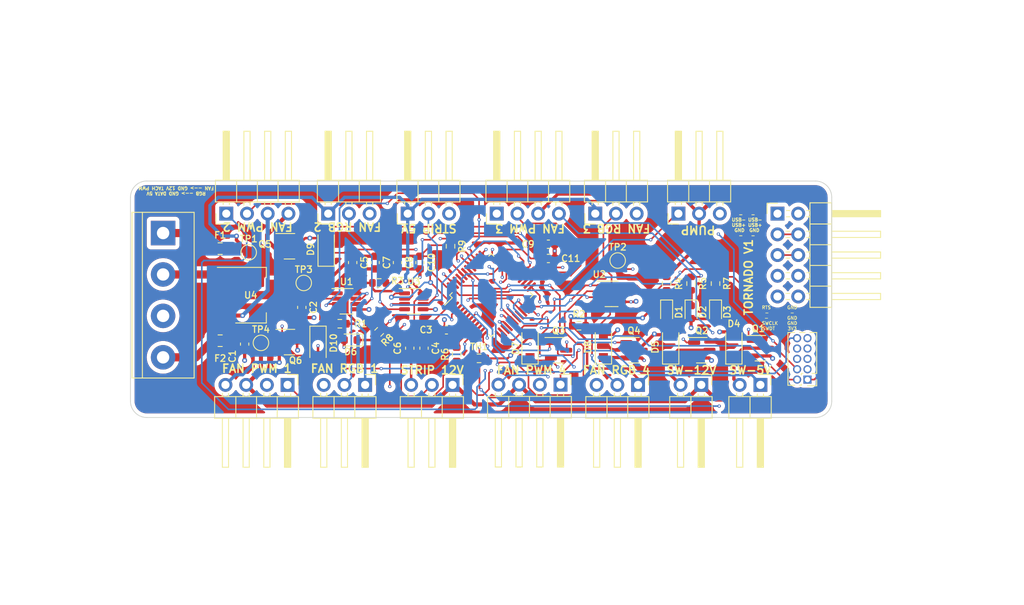
<source format=kicad_pcb>
(kicad_pcb (version 20211014) (generator pcbnew)
  (layers (0 "F.Cu" signal) (1 "In1.Cu" signal) (2 "In2.Cu" power "GND") (31 "B.Cu" signal) (34 "B.Paste" user) (35 "F.Paste" user) (36 "B.SilkS" user "B.Silkscreen") (37 "F.SilkS" user "F.Silkscreen") (38 "B.Mask" user) (39 "F.Mask" user) (44 "Edge.Cuts" user))
  (net 0 "")
  (net 1 "+12V")
  (net 2 "GND")
  (net 3 "+3.3V")
  (net 4 "RST")
  (net 5 "Net-(D1-Pad1)")
  (net 6 "Net-(D2-Pad1)")
  (net 7 "Net-(D3-Pad1)")
  (net 8 "Net-(D4-Pad1)")
  (net 9 "Net-(D5-Pad1)")
  (net 10 "Net-(D6-Pad1)")
  (net 11 "Net-(D7-Pad1)")
  (net 12 "Net-(D8-Pad1)")
  (net 13 "Net-(D9-Pad1)")
  (net 14 "Net-(D10-Pad1)")
  (net 15 "Net-(F1-Pad1)")
  (net 16 "+5V")
  (net 17 "Net-(F2-Pad1)")
  (net 18 "LED_STRIP_1_5V")
  (net 19 "SWDIO")
  (net 20 "SWCLK")
  (net 24 "LED_STRIP_2_5V")
  (net 25 "USB-")
  (net 26 "USB+")
  (net 29 "TACH_PUMP")
  (net 30 "PWM_FAN_4")
  (net 31 "TACH_FAN_4")
  (net 32 "RGB_FAN_4_5V")
  (net 33 "PWM_FAN_3")
  (net 34 "TACH_FAN_3")
  (net 35 "RGB_FAN_3_5V")
  (net 36 "RGB_FAN_2_5V")
  (net 37 "PWM_FAN_2")
  (net 38 "TACH_FAN_2")
  (net 39 "PWM_FAN_1")
  (net 40 "TACH_FAN_1")
  (net 41 "RGB_FAN_1_5V")
  (net 42 "GEN_SWITCH_2")
  (net 43 "GEN_SWITCH_1")
  (net 44 "SWITCH_F1")
  (net 45 "SWITCH_F2")
  (net 46 "SWITCH_F3")
  (net 47 "SWITCH_F4")
  (net 48 "Net-(R1-Pad2)")
  (net 49 "Net-(R2-Pad2)")
  (net 50 "Net-(R3-Pad2)")
  (net 51 "THERMISTOR_ADC")
  (net 52 "BOARD_STATE")
  (net 53 "Net-(R9-Pad2)")
  (net 54 "RGB_FAN_1_3.3V")
  (net 55 "RGB_FAN_2_3.3V")
  (net 56 "RGB_FAN_3_3.3V")
  (net 57 "RGB_FAN_4_3.3V")
  (net 58 "LED_STRIP_1_3.3V")
  (net 59 "LED_STRIP_2_3.3V")
  (footprint "Diode_SMD:D_SOD-123F" (layer "F.Cu") (at 77 134.25 90)
    (fp_text reference "D9")
    (fp_text value "SM4007PL")
  )
  (footprint "Diode_SMD:D_SOD-123F" (layer "F.Cu") (at 127 146.25 90)
    (fp_text reference "D4")
    (fp_text value "SM4007PL")
  )
  (footprint "Connector_PinHeader_2.54mm:PinHeader_1x03_P2.54mm_Horizontal" (layer "F.Cu") (at 120.195 130 90)
    (fp_text reference "J6" hide)
    (fp_text value "PUMP")
  )
  (footprint "Package_TO_SOT_SMD:SOT-23" (layer "F.Cu") (at 105.5 146.75)
    (fp_text reference "Q3")
    (fp_text value "2N7002")
  )
  (footprint "Connector_PinHeader_2.54mm:PinHeader_1x03_P2.54mm_Horizontal" (layer "F.Cu") (at 81.78 151 -90)
    (fp_text reference "J16" hide)
    (fp_text value "RGB_FAN_1")
  )
  (footprint "Connector_PinHeader_2.54mm:PinHeader_1x03_P2.54mm_Horizontal" (layer "F.Cu") (at 92.5 151 -90)
    (fp_text reference "J1" hide)
    (fp_text value "LED_STRIP_12V")
  )
  (footprint "Package_QFP:LQFP-48_7x7mm_P0.5mm" (layer "F.Cu") (at 97.25 140 45)
    (fp_text reference "U5" hide)
    (fp_text value "STM32F072C8Tx")
  )
  (footprint "Connector_PinHeader_2.54mm:PinHeader_1x04_P2.54mm_Horizontal" (layer "F.Cu") (at 105.74 150.975 -90)
    (fp_text reference "J9" hide)
    (fp_text value "CONN_FAN")
  )
  (footprint "Resistor_SMD:R_0603_1608Metric" (layer "F.Cu") (at 108 143.75)
    (fp_text reference "R2")
    (fp_text value "10K")
  )
  (footprint "Resistor_SMD:R_0603_1608Metric" (layer "F.Cu") (at 95.75 147.75)
    (fp_text reference "TH1")
    (fp_text value "BOARD_TEMP")
  )
  (footprint "Package_TO_SOT_SMD:SOT-23-8" (layer "F.Cu") (at 87.75 140.75)
    (fp_text reference "U3")
    (fp_text value "RS0102YH8")
  )
  (footprint "Capacitor_SMD:C_0603_1608Metric" (layer "F.Cu") (at 104.25 133.75)
    (fp_text reference "C9")
    (fp_text value "100nF")
  )
  (footprint "Connector_PinHeader_2.54mm:PinHeader_1x02_P2.54mm_Horizontal" (layer "F.Cu") (at 123 151 -90)
    (fp_text reference "J8" hide)
    (fp_text value "GEN_SWITCH_5V")
  )
  (footprint "Connector_PinHeader_2.54mm:PinHeader_1x03_P2.54mm_Horizontal" (layer "F.Cu") (at 115.25 151 -90)
    (fp_text reference "J10" hide)
    (fp_text value "RGB_FAN_1")
  )
  (footprint "Package_TO_SOT_SMD:SOT-23-8" (layer "F.Cu") (at 79.5 140.75)
    (fp_text reference "U1")
    (fp_text value "RS0102YH8")
  )
  (footprint "Package_TO_SOT_SMD:SOT-23-8" (layer "F.Cu") (at 112 139.840901)
    (fp_text reference "U2")
    (fp_text value "RS0102YH8")
  )
  (footprint "Connector_PinHeader_2.54mm:PinHeader_1x03_P2.54mm_Horizontal" (layer "F.Cu") (at 77.25 130 90)
    (fp_text reference "J13" hide)
    (fp_text value "RGB_FAN_1")
  )
  (footprint "Capacitor_SMD:C_0603_1608Metric" (layer "F.Cu") (at 87.25 146.5 -90)
    (fp_text reference "C6")
    (fp_text value "10nF")
  )
  (footprint "Resistor_SMD:R_0603_1608Metric" (layer "F.Cu") (at 93 147.25 90)
    (fp_text reference "R6")
    (fp_text value "10K")
  )
  (footprint "Resistor_SMD:R_0603_1608Metric" (layer "F.Cu") (at 83.5 144.5 -135)
    (fp_text reference "R8")
    (fp_text value "220")
  )
  (footprint "Resistor_SMD:R_0603_1608Metric" (layer "F.Cu") (at 78.675 143.5 180)
    (fp_text reference "R1")
    (fp_text value "10K")
  )
  (footprint "TestPoint:TestPoint_Pad_D1.5mm" (layer "F.Cu") (at 112.75 135.75)
    (fp_text reference "TP2")
    (fp_text value "TestPoint")
  )
  (footprint "TestPoint:TestPoint_Pad_D1.5mm" (layer "F.Cu") (at 67.5 134.75)
    (fp_text reference "TP1")
    (fp_text value "TestPoint")
  )
  (footprint "Connector_PinHeader_2.54mm:PinHeader_1x03_P2.54mm_Horizontal" (layer "F.Cu") (at 87 130 90)
    (fp_text reference "J3" hide)
    (fp_text value "LED_STRIP_5V")
  )
  (footprint "Capacitor_SMD:C_0603_1608Metric" (layer "F.Cu") (at 85.75 136 -90)
    (fp_text reference "C8")
    (fp_text value "100nF")
  )
  (footprint "Connector_PinHeader_1.27mm:PinHeader_2x05_P1.27mm_Vertical" (layer "F.Cu") (at 136.025 150.35 180)
    (fp_text reference "J2" hide)
    (fp_text value "SWD DEBUGG")
  )
  (footprint "Package_TO_SOT_SMD:SOT-23" (layer "F.Cu") (at 72.5 145.75)
    (fp_text reference "Q6")
    (fp_text value "2N7002")
  )
  (footprint "Package_TO_SOT_SMD:SOT-23" (layer "F.Cu") (at 114.75 146.75)
    (fp_text reference "Q4")
    (fp_text value "2N7002")
  )
  (footprint "Connector_PinHeader_2.54mm:PinHeader_1x02_P2.54mm_Horizontal" (layer "F.Cu") (at 130.25 151 -90)
    (fp_text reference "J7" hide)
    (fp_text value "GEN_SWITCH_5V")
  )
  (footprint "Resistor_SMD:R_0603_1608Metric" (layer "F.Cu") (at 92.25 134 -90)
    (fp_text reference "R9")
    (fp_text value "10K")
  )
  (footprint "Package_TO_SOT_SMD:SOT-23" (layer "F.Cu") (at 130.25 146.5)
    (fp_text reference "Q1")
    (fp_text value "2N7002")
  )
  (footprint "Package_TO_SOT_SMD:SOT-223-3_TabPin2" (layer "F.Cu") (at 67.75 140)
    (fp_text reference "U4")
    (fp_text value "AMS1117-3.3")
  )
  (footprint "Capacitor_SMD:C_0603_1608Metric" (layer "F.Cu") (at 104.25 135.5)
    (fp_text reference "C11")
    (fp_text value "4.7uF")
  )
  (footprint "Fuse:Fuse_0805_2012Metric" (layer "F.Cu") (at 64 145.58)
    (fp_text reference "F2")
    (fp_text value "Fuse_Small")
  )
  (footprint "Capacitor_SMD:C_0603_1608Metric" (layer "F.Cu") (at 83 136 -90)
    (fp_text reference "C7")
    (fp_text value "100nF")
  )
  (footprint "Fuse:Fuse_0805_2012Metric" (layer "F.Cu") (at 64 134.29)
    (fp_text reference "F1")
    (fp_text value "Fuse_Small")
  )
  (footprint "Package_TO_SOT_SMD:SOT-23" (layer "F.Cu") (at 72.5 134)
    (fp_text reference "Q5")
    (fp_text value "2N7002")
  )
  (footprint "Package_TO_SOT_SMD:SOT-23" (layer "F.Cu") (at 123.0625 146.75)
    (fp_text reference "Q2")
    (fp_text value "2N7002")
  )
  (footprint "Resistor_SMD:R_0603_1608Metric" (layer "F.Cu") (at 118.75 138.575 -90)
    (fp_text reference "R4")
    (fp_text value "1.5K")
  )
  (footprint "Diode_SMD:D_SOD-123F" (layer "F.Cu") (at 76 146 -90)
    (fp_text reference "D10")
    (fp_text value "SM4007PL")
  )
  (footprint "TestPoint:TestPoint_Pad_D1.5mm" (layer "F.Cu") (at 69 145.85)
    (fp_text reference "TP4")
    (fp_text value "TestPoint")
  )
  (footprint "LED_SMD:LED_0603_1608Metric" (layer "F.Cu") (at 124.75 142.075 -90)
    (fp_text reference "D3")
    (fp_text value "RED L")
  )
  (footprint "Diode_SMD:D_SOD-123F" (layer "F.Cu") (at 102 146.25 90)
    (fp_text reference "D7")
    (fp_text value "SM4007PL")
  )
  (footprint "Capacitor_SMD:C_0603_1608Metric" (layer "F.Cu") (at 80.25 136 -90)
    (fp_text reference "C5")
    (fp_text value "100nF")
  )
  (footprint "Resistor_SMD:R_0603_1608Metric" (layer "F.Cu") (at 121.75 138.575 -90)
    (fp_text reference "R5")
    (fp_text value "470")
  )
  (footprint "Connector_PinHeader_2.54mm:PinHeader_1x04_P2.54mm_Horizontal" (layer "F.Cu") (at 64.75 130 90)
    (fp_text reference "J14" hide)
    (fp_text value "CONN_FAN")
  )
  (footprint "Connector_PinHeader_2.54mm:PinHeader_2x05_P2.54mm_Horizontal" (layer "F.Cu") (at 132.35 130)
    (fp_text reference "J4" hide)
    (fp_text value "USB PIN ")
  )
  (footprint "Diode_SMD:D_SOD-123F" (layer "F.Cu") (at 119.25 146.25 90)
    (fp_text reference "D5")
    (fp_text value "SM4007PL")
  )
  (footprint "Capacitor_SMD:C_0603_1608Metric" (layer "F.Cu") (at 67 146 -90)
    (fp_text reference "C1")
    (fp_text value "10uF")
  )
  (footprint "LED_SMD:LED_0603_1608Metric" (layer "F.Cu") (at 121.75 142.075 -90)
    (fp_text reference "D2")
    (fp_text value "RED L")
  )
  (footprint "TerminalBlock:TerminalBlock_bornier-4_P5.08mm" (layer "F.Cu") (at 57 132.38 -90)
    (fp_text reference "J5" hide)
    (fp_text value "350211-1")
  )
  (footprint "Connector_PinHeader_2.54mm:PinHeader_1x04_P2.54mm_Horizontal" (layer "F.Cu") (at 97.92 130 90)
    (fp_text reference "J11" hide)
    (fp_text value "CONN_FAN")
  )
  (footprint "LED_SMD:LED_0603_1608Metric" (layer "F.Cu") (at 80 145.5 180)
    (fp_text reference "D6")
    (fp_text value "RED L")
  )
  (footprint "LED_SMD:LED_0603_1608Metric" (layer "F.Cu") (at 118.75 142.075 -90)
    (fp_text reference "D1")
    (fp_text value "RED L")
  )
  (footprint "Capacitor_SMD:C_0603_1608Metric" (layer "F.Cu") (at 91.75 144.25)
    (fp_text reference "C3")
    (fp_text value "100nF")
  )
  (footprint "TestPoint:TestPoint_Pad_D1.5mm" (layer "F.Cu") (at 74.25 138.5)
    (fp_text reference "TP3")
    (fp_text value "TestPoint")
  )
  (footprint "Capacitor_SMD:C_0603_1608Metric" (layer "F.Cu") (at 89 146.5 -90)
    (fp_text reference "C4")
    (fp_text value "1uF")
  )
  (footprint "Resistor_SMD:R_0603_1608Metric" (layer "F.Cu") (at 124.75 138.575 -90)
    (fp_text reference "R7")
    (fp_text value "220")
  )
  (footprint "Capacitor_SMD:C_0603_1608Metric" (layer "F.Cu") (at 74.01 141.5 -90)
    (fp_text reference "C2")
    (fp_text value "22uF")
  )
  (footprint "Connector_PinHeader_2.54mm:PinHeader_1x03_P2.54mm_Horizontal" (layer "F.Cu") (at 110 130 90)
    (fp_text reference "J12" hide)
    (fp_text value "RGB_FAN_1")
  )
  (footprint "Resistor_SMD:R_0603_1608Metric" (layer "F.Cu") (at 83.5 138.5)
    (fp_text reference "R3")
    (fp_text value "10K")
  )
  (footprint "Capacitor_SMD:C_0603_1608Metric" (layer "F.Cu") (at 88.5 136 -90)
    (fp_text reference "C10")
    (fp_text value "4.7uF")
  )
  (footprint "Diode_SMD:D_SOD-123F" (layer "F.Cu") (at 111 146.25 90)
    (fp_text reference "D8")
    (fp_text value "SM4007PL")
  )
  (footprint "Connector_PinHeader_2.54mm:PinHeader_1x04_P2.54mm_Horizontal" (layer "F.Cu") (at 72.27 151 -90)
    (fp_text reference "J15" hide)
    (fp_text value "CONN_FAN")
  )
  (gr_arc (start 137 126) (mid 138.414214 126.585786) (end 139 128) (layer "Edge.Cuts") (width 0.1))
  (gr_line (start 53 153) (end 53 128) (layer "Edge.Cuts") (width 0.1))
  (gr_line (start 137 155) (end 55 155) (layer "Edge.Cuts") (width 0.1))
  (gr_arc (start 139 153) (mid 138.414214 154.414214) (end 137 155) (layer "Edge.Cuts") (width 0.1))
  (gr_line (start 55 126) (end 137 126) (layer "Edge.Cuts") (width 0.1))
  (gr_arc (start 55 155) (mid 53.585786 154.414214) (end 53 153) (layer "Edge.Cuts") (width 0.1))
  (gr_line (start 139 128) (end 139 153) (layer "Edge.Cuts") (width 0.1))
  (gr_arc (start 53 128) (mid 53.585786 126.585786) (end 55 126) (layer "Edge.Cuts") (width 0.1))
  (gr_text "RGB --> GND DATA 5V\nFAN --> GND 12V TACH PWM" (at 58.6 127.2 180) (layer "F.SilkS") (effects (font (size 0.4 0.4) (thickness 0.1))))
  (gr_text "FAN RGB 3" (at 112.6 131.8 180) (layer "F.SilkS") (effects (font (size 1 1) (thickness 0.2))))
  (gr_text "FAN RGB 1" (at 79.25 149) (layer "F.SilkS") (effects (font (size 1 1) (thickness 0.2))))
  (gr_text "STRIP 5V" (at 89.6 131.8 180) (layer "F.SilkS") (effects (font (size 1 1) (thickness 0.2))))
  (gr_text "FAN PWM 2" (at 68.6 131.6 180) (layer "F.SilkS") (effects (font (size 1 1) (thickness 0.2))))
  (gr_text "SW-12V" (at 121.8 149.2) (layer "F.SilkS") (effects (font (size 1 1) (thickness 0.2))))
  (gr_text "SW-5V" (at 129 149.2) (layer "F.SilkS") (effects (font (size 1 1) (thickness 0.2))))
  (gr_text "RTS 	GND\n-		-\n -		GND\nSWCLK	GND\nSWDT	3V3" (at 132.6 142.8) (layer "F.SilkS") (effects (font (size 0.4 0.4) (thickness 0.08))))
  (gr_text "STRIP 12V" (at 90 149.2) (layer "F.SilkS") (effects (font (size 1 1) (thickness 0.2))))
  (gr_text "FAN PWM 4" (at 102.2 149.2) (layer "F.SilkS") (effects (font (size 1 1) (thickness 0.2))))
  (gr_text "FAN RGB 2" (at 79.6 131.6 180) (layer "F.SilkS") (effects (font (size 1 1) (thickness 0.2))))
  (gr_text "FAN RGB 4" (at 112.6 149.2) (layer "F.SilkS") (effects (font (size 1 1) (thickness 0.2))))
  (gr_text "FAN PWM 3" (at 102 131.8 180) (layer "F.SilkS") (effects (font (size 1 1) (thickness 0.2))))
  (gr_text "FAN PWM 1" (at 68.5 149) (layer "F.SilkS") (effects (font (size 1 1) (thickness 0.2))))
  (gr_text "-	-\nUSB- USB-\nUSB+ USB+\nGND  GND\n-	-" (at 128.6 131.4) (layer "F.SilkS") (effects (font (size 0.4 0.4) (thickness 0.1))))
  (gr_text "PUMP" (at 122.6 132 180) (layer "F.SilkS") (effects (font (size 1 1) (thickness 0.2))))
  (gr_text "TORNADO V1" (at 128.8 137.8 90) (layer "F.SilkS") (effects (font (size 1 1) (thickness 0.2))))
  (segment (start 138 129.6) (end 136.2 127.8) (width 0.5) (layer "F.Cu") (net 1))
  (segment (start 67.625 145.85) (end 67 145.225) (width 0.5) (layer "F.Cu") (net 1))
  (segment (start 66.75 142.5) (end 64.8 142.5) (width 0.5) (layer "F.Cu") (net 1))
  (segment (start 69.74 153.55) (end 89.95 153.55) (width 0.5) (layer "F.Cu") (net 1))
  (segment (start 67.19 151) (end 69 149.19) (width 0.5) (layer "F.Cu") (net 1))
  (segment (start 89.95 153.55) (end 92.5 151) (width 0.5) (layer "F.Cu") (net 1))
  (segment (start 64.9375 145.58) (end 64.9375 142.6375) (width 1) (layer "F.Cu") (net 1))
  (segment (start 123 151) (end 124.8 152.8) (width 0.5) (layer "F.Cu") (net 1))
  (segment (start 136.2 152.8) (end 138 151) (width 0.5) (layer "F.Cu") (net 1))
  (segment (start 98.235 153.4) (end 100.66 150.975) (width 0.5) (layer "F.Cu") (net 1))
  (segment (start 92.8 151) (end 95.2 153.4) (width 0.5) (layer "F.Cu") (net 1))
  (segment (start 69 145.85) (end 67.625 145.85) (width 0.5) (layer "F.Cu") (net 1))
  (segment (start 65.2925 145.225) (end 64.9375 145.58) (width 0.5) (layer "F.Cu") (net 1))
  (segment (start 103 130) (end 105.4 127.6) (width 0.4) (layer "F.Cu") (net 1))
  (segment (start 118.75 137.75) (end 122.735 133.765) (width 0.4) (layer "F.Cu") (net 1))
  (segment (start 121 153) (end 123 151) (width 0.5) (layer "F.Cu") (net 1))
  (segment (start 67.19 151) (end 69.74 153.55) (width 0.5) (layer "F.Cu") (net 1))
  (segment (start 64.9375 142.6375) (end 64.775 142.475) (width 1) (layer "F.Cu") (net 1))
  (segment (start 124.8 152.8) (end 136.2 152.8) (width 0.5) (layer "F.Cu") (net 1))
  (segment (start 122.735 133.765) (end 122.735 130) (width 0.4) (layer "F.Cu") (net 1))
  (segment (start 124.935 127.8) (end 122.735 130) (width 0.5) (layer "F.Cu") (net 1))
  (segment (start 69 149.19) (end 69 145.85) (width 0.5) (layer "F.Cu") (net 1))
  (segment (start 136.2 127.8) (end 124.935 127.8) (width 0.5) (layer "F.Cu") (net 1))
  (segment (start 105.4 127.6) (end 120.335 127.6) (width 0.4) (layer "F.Cu") (net 1))
  (segment (start 100.66 150.975) (end 102.685 153) (width 0.5) (layer "F.Cu") (net 1))
  (segment (start 95.2 153.4) (end 98.235 153.4) (width 0.5) (layer "F.Cu") (net 1))
  (segment (start 67 145.225) (end 65.2925 145.225) (width 0.5) (layer "F.Cu") (net 1))
  (segment (start 102.685 153) (end 121 153) (width 0.5) (layer "F.Cu") (net 1))
  (segment (start 138 151) (end 138 129.6) (width 0.5) (layer "F.Cu") (net 1))
  (segment (start 120.335 127.6) (end 122.735 130) (width 0.4) (layer "F.Cu") (net 1))
  (via (at 66.75 142.5) (size 0.6) (drill 0.3) (layers "F.Cu" "B.Cu") (net 1))
  (segment (start 69.83 139.42) (end 66.75 142.5) (width 0.5) (layer "B.Cu") (net 1))
  (segment (start 69.83 130) (end 69.83 139.42) (width 0.5) (layer "B.Cu") (net 1))
  (segment (start 105.025 134.575) (end 105.025 135.5) (width 0.5) (layer "F.Cu") (net 2))
  (segment (start 83 136.775) (end 85.75 136.775) (width 0.4) (layer "F.Cu") (net 2))
  (segment (start 97.608615 136.008615) (end 97.352297 135.752297) (width 0.2) (layer "F.Cu") (net 2))
  (segment (start 75 133) (end 74.4375 133) (width 0.3) (layer "F.Cu") (net 2))
  (segment (start 73.4375 146.6875) (end 73.5 146.75) (width 0.3) (layer "F.Cu") (net 2))
  (segment (start 99.625 147.375) (end 102 145) (width 0.3) (layer "F.Cu") (net 2))
  (segment (start 88.5 137.8) (end 88.5 136.775) (width 0.4) (layer "F.Cu") (net 2))
  (segment (start 122.125 147.7) (end 123.95 147.7) (width 0.4) (layer "F.Cu") (net 2))
  (segment (start 112.75 135.75) (end 113.8 136.8) (width 0.2) (layer "F.Cu") (net 2))
  (segment (start 87.42 147.445) (end 87.42 151) (width 0.3) (layer "F.Cu") (net 2))
  (segment (start 118.75 142.8625) (end 121.75 142.8625) (width 0.4) (layer "F.Cu") (net 2))
  (segment (start 73.4375 145.75) (end 73.4375 146.6875) (width 0.3) (layer "F.Cu") (net 2))
  (segment (start 67 146.775) (end 67 148) (width 0.4) (layer "F.Cu") (net 2))
  (segment (start 74.4375 133) (end 73.4375 134) (width 0.3) (layer "F.Cu") (net 2))
  (segment (start 113.8 136.8) (end 114.6 136.8) (width 0.2) (layer "F.Cu") (net 2))
  (segment (start 88.8875 141.725) (end 90.375 141.725) (width 0.2) (layer "F.Cu") (net 2))
  (segment (start 119.25 144.85) (end 117.35 144.85) (width 0.4) (layer "F.Cu") (net 2))
  (segment (start 75.5 142.75) (end 74.485 142.75) (width 0.4) (layer "F.Cu") (net 2))
  (segment (start 121.75 142.8625) (end 124.75 142.8625) (width 0.4) (layer "F.Cu") (net 2))
  (segment (start 98.059405 136.008615) (end 97.608615 136.008615) (width 0.2) (layer "F.Cu") (net 2))
  (segment (start 92.91495 145.325) (end 92 145.325) (width 0.2) (layer "F.Cu") (net 2))
  (segment (start 79.2125 145.5) (end 79.2125 146.3875) (width 0.4) (layer "F.Cu") (net 2))
  (segment (start 96.575 147.75) (end 99.25 147.75) (width 0.25) (layer "F.Cu") (net 2))
  (segment (start 74.485 142.75) (end 74.01 142.275) (width 0.4) (layer "F.Cu") (net 2))
  (segment (start 97.352297 135.752297) (end 97.352297 134.447703) (width 0.2) (layer "F.Cu") (net 2))
  (segment (start 99.25 147.75) (end 99.625 147.375) (width 0.25) (layer "F.Cu") (net 2))
  (segment (start 80.25 136.775) (end 83 136.775) (width 0.4) (layer "F.Cu") (net 2))
  (segment (start 85.75 136.775) (end 88.5 136.775) (width 0.4) (layer "F.Cu") (net 2))
  (segment (start 113.1375 140.815901) (end 114.384099 140.815901) (width 0.3) (layer "F.Cu") (net 2))
  (segment (start 94.766288 143.473662) (end 92.91495 145.325) (width 0.2) (layer "F.Cu") (net 2))
  (segment (start 97.352297 134.447703) (end 97.4 134.4) (width 0.2) (layer "F.Cu") (net 2))
  (segment (start 91.5 143.725) (end 90.975 144.25) (width 0.2) (layer "F.Cu") (net 2))
  (segment (start 111 144.85) (end 112.15 144.85) (width 0.3) (layer "F.Cu") (net 2))
  (segment (start 75 133) (end 76.85 133) (width 0.3) (layer "F.Cu") (net 2))
  (segment (start 117.35 144.85) (end 117.25 144.75) (width 0.4) (layer "F.Cu") (net 2))
  (segment (start 79.2125 146.3875) (end 79.2 146.4) (width 0.4) (layer "F.Cu") (net 2))
  (segment (start 121.75 142.8625) (end 121.75 144) (width 0.4) (layer "F.Cu") (net 2))
  (segment (start 105.025 133.75) (end 105.025 134.575) (width 0.5) (layer "F.Cu") (net 2))
  (segment (start 87.25 147.275) (end 89 147.275) (width 0.3) (layer "F.Cu") (net 2))
  (segment (start 114.934099 140.815901) (end 115 140.75) (width 0.3) (layer "F.Cu") (net 2))
  (segment (start 114.384099 140.815901) (end 114.934099 140.815901) (width 0.3) (layer "F.Cu") (net 2))
  (segment (start 57 137.46) (end 64.36 137.46) (width 1) (layer "F.Cu") (net 2))
  (segment (start 92.647658 138.647658) (end 91.4 137.4) (width 0.2) (layer "F.Cu") (net 2))
  (segment (start 106.5 145.75) (end 106.5 146.6875) (width 0.2) (layer "F.Cu") (net 2))
  (segment (start 115.6875 146.3125) (end 117.25 144.75) (width 0.4) (layer "F.Cu") (net 2))
  (segment (start 129.3125 147.45) (end 131.45 147.45) (width 0.4) (layer "F.Cu") (net 2))
  (segment (start 125.25 144.5) (end 126.65 144.5) (width 0.4) (layer "F.Cu") (net 2))
  (segment (start 131.45 147.45) (end 131.75 147.75) (width 0.4) (layer "F.Cu") (net 2))
  (segment (start 90.375 141.725) (end 90.4 141.75) (width 0.2) (layer "F.Cu") (net 2))
  (segment (start 112.15 144.85) (end 112.75 144.25) (width 0.3) (layer "F.Cu") (net 2))
  (segment (start 115.6875 146.75) (end 115.6875 146.3125) (width 0.4) (layer "F.Cu") (net 2))
  (segment (start 102.83198 142.4) (end 101.784322 141.352342) (width 0.2) (layer "F.Cu") (net 2))
  (segment (start 98.602342 135.465678) (end 98.059405 136.008615) (width 0.2) (layer "F.Cu") (net 2))
  (segment (start 82.25 141.75) (end 80.6625 141.75) (width 0.3) (layer "F.Cu") (net 2))
  (segment (start 123.95 147.7) (end 124.25 148) (width 0.4) (layer "F.Cu") (net 2))
  (segment (start 91.5 143) (end 91.5 143.725) (width 0.2) (layer "F.Cu") (net 2))
  (segment (start 103 142.4) (end 102.83198 142.4) (width 0.2) (layer "F.Cu") (net 2))
  (segment (start 92 145.325) (end 90.975 144.3) (width 0.2) (layer "F.Cu") (net 2))
  (segment (start 76 147.4) (end 76 146.2) (width 0.3) (layer "F.Cu") (net 2))
  (segment (start 91 133.0625) (end 92.1375 133.0625) (width 0.2) (layer "F.Cu") (net 2))
  (via (at 75.5 142.75) (size 0.6) (drill 0.3) (layers "F.Cu" "B.Cu") (net 2))
  (via (at 117.25 144.75) (size 0.6) (drill 0.3) (layers "F.Cu" "B.Cu") (net 2))
  (via (at 124.25 148) (size 0.6) (drill 0.3) (layers "F.Cu" "B.Cu") (net 2))
  (via (at 125.25 144.5) (size 0.6) (drill 0.3) (layers "F.Cu" "B.Cu") (net 2))
  (via (at 67 148) (size 0.6) (drill 0.3) (layers "F.Cu" "B.Cu") (net 2))
  (via (at 121.75 144) (size 0.6) (drill 0.3) (layers "F.Cu" "B.Cu") (net 2))
  (via (at 90.4 141.75) (size 0.6) (drill 0.3) (layers "F.Cu" "B.Cu") (net 2))
  (via (at 82.25 141.75) (size 0.6) (drill 0.3) (layers "F.Cu" "B.Cu") (net 2))
  (via (at 112.75 144.25) (size 0.6) (drill 0.3) (layers "F.Cu" "B.Cu") (net 2))
  (via (at 76 146.2) (size 0.4) (drill 0.2) (layers "F.Cu" "B.Cu") (net 2))
  (via (at 88.5 137.8) (size 0.4) (drill 0.2) (layers "F.Cu" "B.Cu") (net 2))
  (via (at 114.384099 140.815901) (size 0.4) (drill 0.2) (layers "F.Cu" "B.Cu") (net 2))
  (via (at 73.5 146.75) (size 0.6) (drill 0.3) (layers "F.Cu" "B.Cu") (net 2))
  (via (at 91 133.0625) (size 0.4) (drill 0.2) (layers "F.Cu" "B.Cu") (net 2))
  (via (at 103 142.4) (size 0.4) (drill 0.2) (layers "F.Cu" "B.Cu") (net 2))
  (via (at 91.4 137.4) (size 0.4) (drill 0.2) (layers "F.Cu" "B.Cu") (net 2))
  (via (at 106.5 145.75) (size 0.4) (drill 0.2) (layers "F.Cu" "B.Cu") (net 2))
  (via (at 131.75 147.75) (size 0.6) (drill 0.3) (layers "F.Cu" "B.Cu") (net 2))
  (via (at 91.5 143) (size 0.6) (drill 0.3) (layers "F.Cu" "B.Cu") (net 2))
  (via (at 99.625 147.375) (size 0.6) (drill 0.3) (layers "F.Cu" "B.Cu") (net 2))
  (via (at 79.2 146.4) (size 0.4) (drill 0.2) (layers "F.Cu" "B.Cu") (net 2))
  (via (at 114.6 136.8) (size 0.4) (drill 0.2) (layers "F.Cu" "B.Cu") (net 2))
  (via (at 115 140.75) (size 0.6) (drill 0.3) (layers "F.Cu" "B.Cu") (net 2))
  (via (at 97.4 134.4) (size 0.4) (drill 0.2) (layers "F.Cu" "B.Cu") (net 2))
  (via (at 75 133) (size 0.6) (drill 0.3) (layers "F.Cu" "B.Cu") (net 2))
  (via (at 105.025 134.575) (size 0.4) (drill 0.2) (layers "F.Cu" "B.Cu") (net 2))
  (segment (start 101 133.3) (end 101 134.4) (width 0.2) (layer "F.Cu") (net 3))
  (segment (start 109.4 138.8) (end 108.8 138.8) (width 0.2) (layer "F.Cu") (net 3))
  (segment (start 102.1 135.5) (end 103.475 135.5) (width 0.2) (layer "F.Cu") (net 3))
  (segment (start 101.139088 140) (end 93.360912 140) (width 0.2) (layer "F.Cu") (net 3))
  (segment (start 85.475 139.775) (end 86.6125 139.775) (width 0.2) (layer "F.Cu") (net 3))
  (segment (start 93.275 145.725) (end 93.275 146.15) (width 0.2) (layer "F.Cu") (net 3))
  (segment (start 108.8 138.8) (end 107 140.6) (width 0.2) (layer "F.Cu") (net 3))
  (segment (start 124.75 137.75) (end 126.95 137.75) (width 0.2) (layer "F.Cu") (net 3))
  (segment (start 76.225 139.25) (end 76.225 139.775) (width 0.4) (layer "F.Cu") (net 3))
  (segment (start 121 136.8) (end 120.6 137.2) (width 0.2) (layer "F.Cu") (net 3))
  (segment (start 126.95 137.75) (end 131.6 142.4) (width 0.2) (layer "F.Cu") (net 3))
  (segment (start 88.5 135.225) (end 89.85 133.875) (width 0.2) (layer "F.Cu") (net 3))
  (segment (start 89 144.360912) (end 89 145.725) (width 0.2) (layer "F.Cu") (net 3))
  (segment (start 64.6 140) (end 70.9 140) (width 1) (layer "F.Cu") (net 3))
  (segment (start 89.75 137) (end 89.75 138.386664) (width 0.2) (layer "F.Cu") (net 3))
  (segment (start 99 134.4) (end 101 134.4) (width 0.2) (layer "F.Cu") (net 3))
  (segment (start 92.362124 140.998788) (end 89 144.360912) (width 0.2) (layer "F.Cu") (net 3))
  (segment (start 120.6 137.2) (end 120.4 137.2) (width 0.2) (layer "F.Cu") (net 3))
  (segment (start 92.362124 139.001212) (end 91.751212 139.001212) (width 0.2) (layer "F.Cu") (net 3))
  (segment (start 85 140.25) (end 85.475 139.775) (width 0.2) (layer "F.Cu") (net 3))
  (segment (start 75.275 140.725) (end 76.225 139.775) (width 0.4) (layer "F.Cu") (net 3))
  (segment (start 80.25 135.225) (end 83 135.225) (width 0.4) (layer "F.Cu") (net 3))
  (segment (start 95.172785 143.827215) (end 93.275 145.725) (width 0.2) (layer "F.Cu") (net 3))
  (segment (start 74.01 140.725) (end 71.625 140.725) (width 0.4) (layer "F.Cu") (net 3))
  (segment (start 85.75 135.225) (end 88.5 135.225) (width 0.4) (layer "F.Cu") (net 3))
  (segment (start 94.7 132.8) (end 100.5 132.8) (width 0.2) (layer "F.Cu") (net 3))
  (segment (start 131.6 142.4) (end 136.4 142.4) (width 0.2) (layer "F.Cu") (net 3))
  (segment (start 74.01 140.725) (end 75.275 140.725) (width 0.4) (layer "F.Cu") (net 3))
  (segment (start 103.4 141.4) (end 102.539088 141.4) (width 0.2) (layer "F.Cu") (net 3))
  (segment (start 137.4 149.8) (end 136.85 150.35) (width 0.2) (layer "F.Cu") (net 3))
  (segment (start 83 135.225) (end 85.75 135.225) (width 0.4) (layer "F.Cu") (net 3))
  (segment (start 136.4 142.4) (end 137.4 143.4) (width 0.2) (layer "F.Cu") (net 3))
  (segment (start 74.25 138.5) (end 74.25 140.485) (width 0.4) (layer "F.Cu") (net 3))
  (segment (start 101 134.4) (end 102.1 135.5) (width 0.2) (layer "F.Cu") (net 3))
  (segment (start 89.475 135.225) (end 88.5 135.225) (width 0.2) (layer "F.Cu") (net 3))
  (segment (start 80.25 135.225) (end 76.225 139.25) (width 0.4) (layer "F.Cu") (net 3))
  (segment (start 137.4 143.4) (end 137.4 149.8) (width 0.2) (layer "F.Cu") (net 3))
  (segment (start 89.75 135.5) (end 89.475 135.225) (width 0.2) (layer "F.Cu") (net 3))
  (segment (start 123.8 136.8) (end 121 136.8) (width 0.2) (layer "F.Cu") (net 3))
  (segment (start 102.137876 140.998788) (end 101.139088 140) (width 0.2) (layer "F.Cu") (net 3))
  (segment (start 98.287876 135.112124) (end 99 134.4) (width 0.2) (layer "F.Cu") (net 3))
  (segment (start 103.475 133.75) (end 103.475 135.5) (width 0.5) (layer "F.Cu") (net 3))
  (segment (start 76.225 139.775) (end 78.3625 139.775) (width 0.4) (layer "F.Cu") (net 3))
  (segment (start 87.25 145.725) (end 89 145.725) (width 0.3) (layer "F.Cu") (net 3))
  (segment (start 89.806668 138.443332) (end 92.362124 140.998788) (width 0.2) (layer "F.Cu") (net 3))
  (segment (start 89.85 133.875) (end 93.625 133.875) (width 0.2) (layer "F.Cu") (net 3))
  (segment (start 100.5 132.8) (end 101 133.3) (width 0.2) (layer "F.Cu") (net 3))
  (segment (start 89.75 137) (end 89.75 135.5) (width 0.2) (layer "F.Cu") (net 3))
  (segment (start 93.275 145.725) (end 89 145.725) (width 0.2) (layer "F.Cu") (net 3))
  (segment (start 93.360912 140) (end 92.362124 139.001212) (width 0.2) (layer "F.Cu") (net 3))
  (segment (start 124.75 137.75) (end 123.8 136.8) (width 0.2) (layer "F.Cu") (net 3))
  (segment (start 109.4 138.8) (end 110.796599 138.8) (width 0.2) (layer "F.Cu") (net 3))
  (segment (start 136.85 150.35) (end 136.025 150.35) (width 0.2) (layer "F.Cu") (net 3))
  (segment (start 91.751212 139.001212) (end 89.75 137) (width 0.2) (layer "F.Cu") (net 3))
  (segment (start 93.625 133.875) (end 94.7 132.8) (width 0.2) (layer "F.Cu") (net 3))
  (segment (start 89.75 138.386664) (end 89.806668 138.443332) (width 0.2) (layer "F.Cu") (net 3))
  (via (at 120.4 137.2) (size 0.4) (drill 0.2) (layers "F.Cu" "B.Cu") (net 3))
  (via (at 85 140.25) (size 0.6) (drill 0.3) (layers "F.Cu" "B.Cu") (net 3))
  (via (at 103.4 141.4) (size 0.4) (drill 0.2) (layers "F.Cu" "B.Cu") (net 3))
  (via (at 109.4 138.8) (size 0.4) (drill 0.2) (layers "F.Cu" "B.Cu") (net 3))
  (via (at 107 140.6) (size 0.4) (drill 0.2) (layers "F.Cu" "B.Cu") (net 3))
  (via (at 89.806668 138.443332) (size 0.6) (drill 0.3) (layers "F.Cu" "B.Cu") (net 3))
  (segment (start 107 140.6) (end 106.3 141.3) (width 0.2) (layer "B.Cu") (net 3))
  (segment (start 87.25 140.25) (end 85 140.25) (width 0.2) (layer "B.Cu") (net 3))
  (segment (start 119.2 138.6) (end 115.8 138.6) (width 0.2) (layer "B.Cu") (net 3))
  (segment (start 110.4 137.8) (end 109.4 138.8) (width 0.2) (layer "B.Cu") (net 3))
  (segment (start 106.3 141.3) (end 103.5 141.3) (width 0.2) (layer "B.Cu") (net 3))
  (segment (start 120.4 137.4) (end 120.4 137.2) (width 0.2) (layer "B.Cu") (net 3))
  (segment (start 115.8 138.6) (end 115 137.8) (width 0.2) (layer "B.Cu") (net 3))
  (segment (start 119.2 138.6) (end 120.4 137.4) (width 0.2) (layer "B.Cu") (net 3))
  (segment (start 89.806668 138.443332) (end 89.056668 138.443332) (width 0.2) (layer "B.Cu") (net 3))
  (segment (start 89.056668 138.443332) (end 87.25 140.25) (width 0.2) (layer "B.Cu") (net 3))
  (segment (start 115 137.8) (end 110.4 137.8) (width 0.2) (layer "B.Cu") (net 3))
  (segment (start 103.5 141.3) (end 103.4 141.4) (width 0.2) (layer "B.Cu") (net 3))
  (segment (start 94.479891 143.120109) (end 93.35 144.25) (width 0.2) (layer "F.Cu") (net 4))
  (segment (start 94.483445 143.116555) (end 95.4 142.2) (width 0.2) (layer "F.Cu") (net 4))
  (segment (start 93.35 144.25) (end 92.525 144.25) (width 0.2) (layer "F.Cu") (net 4))
  (via (at 95.4 142.2) (size 0.4) (drill 0.2) (layers "F.Cu" "B.Cu") (net 4))
  (segment (start 99.5 148.75) (end 100.15 149.4) (width 0.2) (layer "B.Cu") (net 4))
  (segment (start 100.15 149.4) (end 108.2 149.4) (width 0.2) (layer "B.Cu") (net 4))
  (segment (start 132 149.6) (end 133.4 148.2) (width 0.2) (layer "B.Cu") (net 4))
  (segment (start 97.4 144.2) (end 97.4 146.165686) (width 0.2) (layer "B.Cu") (net 4))
  (segment (start 114.75 149.35) (end 129.75 149.35) (width 0.2) (layer "B.Cu") (net 4))
  (segment (start 129.75 149.35) (end 130 149.6) (width 0.2) (layer "B.Cu") (net 4))
  (segment (start 130 149.6) (end 132 149.6) (width 0.2) (layer "B.Cu") (net 4))
  (segment (start 133.93 145.27) (end 134.755 145.27) (width 0.2) (layer "B.Cu") (net 4))
  (segment (start 133.4 148.2) (end 133.4 145.8) (width 0.2) (layer "B.Cu") (net 4))
  (segment (start 108.2 149.4) (end 108.6 149) (width 0.2) (layer "B.Cu") (net 4))
  (segment (start 112.2 146.8) (end 114.75 149.35) (width 0.2) (layer "B.Cu") (net 4))
  (segment (start 109 146.8) (end 112.2 146.8) (width 0.2) (layer "B.Cu") (net 4))
  (segment (start 99.5 148.265686) (end 99.5 148.75) (width 0.2) (layer "B.Cu") (net 4))
  (segment (start 97.4 146.165686) (end 99.5 148.265686) (width 0.2) (layer "B.Cu") (net 4))
  (segment (start 108.6 149) (end 108.6 147.2) (width 0.2) (layer "B.Cu") (net 4))
  (segment (start 108.6 147.2) (end 109 146.8) (width 0.2) (layer "B.Cu") (net 4))
  (segment (start 95.4 142.2) (end 97.4 144.2) (width 0.2) (layer "B.Cu") (net 4))
  (segment (start 133.4 145.8) (end 133.93 145.27) (width 0.2) (layer "B.Cu") (net 4))
  (segment (start 118.75 139.4) (end 118.75 141.2875) (width 0.4) (layer "F.Cu") (net 5))
  (segment (start 121.75 139.4) (end 121.75 141.2875) (width 0.4) (layer "F.Cu") (net 6))
  (segment (start 124.75 139.4) (end 124.75 141.2875) (width 0.4) (layer "F.Cu") (net 7))
  (segment (start 128.15 146.5) (end 127 147.65) (width 0.4) (layer "F.Cu") (net 8))
  (segment (start 127 150.29) (end 127.71 151) (width 0.4) (layer "F.Cu") (net 8))
  (segment (start 127 147.65) (end 127 150.29) (width 0.4) (layer "F.Cu") (net 8))
  (segment (start 131.1875 146.5) (end 128.15 146.5) (width 0.4) (layer "F.Cu") (net 8))
  (segment (start 119.25 149.79) (end 120.46 151) (width 0.4) (layer "F.Cu") (net 9))
  (segment (start 120.15 146.75) (end 119.25 147.65) (width 0.4) (layer "F.Cu") (net 9))
  (segment (start 124 146.75) (end 120.15 146.75) (width 0.4) (layer "F.Cu") (net 9))
  (segment (start 119.25 147.65) (end 119.25 149.79) (width 0.4) (layer "F.Cu") (net 9))
  (segment (start 82.5 145.5) (end 82.916637 145.083363) (width 0.3) (layer "F.Cu") (net 10))
  (segment (start 80.7875 145.5) (end 82.5 145.5) (width 0.3) (layer "F.Cu") (net 10))
  (segment (start 104.5625 147.9625) (end 105.4 148.8) (width 0.2) (layer "F.Cu") (net 11))
  (segment (start 104.2625 148) (end 104.5625 147.7) (width 0.2) (layer "F.Cu") (net 11))
  (segment (start 104.5625 147.7) (end 104.5625 147.9625) (width 0.2) (layer "F.Cu") (net 11))
  (segment (start 102.6 148) (end 104.2625 148) (width 0.2) (layer "F.Cu") (net 11))
  (segment (start 102.25 147.65) (end 102.6 148) (width 0.2) (layer "F.Cu") (net 11))
  (via (at 105.4 148.8) (size 0.4) (drill 0.2) (layers "F.Cu" "B.Cu") (net 11))
  (via (at 104.2 150) (size 0.4) (drill 0.2) (layers "F.Cu" "B.Cu") (net 11))
  (segment (start 98.12 150.975) (end 99.27 149.825) (width 0.2) (layer "B.Cu") (net 11))
  (segment (start 99.27 149.825) (end 104.025 149.825) (width 0.2) (layer "B.Cu") (net 11))
  (segment (start 104.025 149.825) (end 104.2 150) (width 0.2) (layer "B.Cu") (net 11))
  (segment (start 111 147.65) (end 113.7625 147.65) (width 0.4) (layer "F.Cu") (net 12))
  (segment (start 115.7 147.7) (end 116 148) (width 0.4) (layer "F.Cu") (net 12))
  (segment (start 113.8125 147.7) (end 115.7 147.7) (width 0.4) (layer "F.Cu") (net 12))
  (via (at 124.4 144.6) (size 0.4) (drill 0.2) (layers "F.Cu" "B.Cu") (net 12))
  (via (at 116 148) (size 0.4) (drill 0.2) (layers "F.Cu" "B.Cu") (net 12))
  (segment (start 122.4 142.6) (end 124.4 144.6) (width 0.2) (layer "B.Cu") (net 12))
  (segment (start 107.94 132.4) (end 117 132.4) (width 0.2) (layer "B.Cu") (net 12))
  (segment (start 105.54 130) (end 107.94 132.4) (width 0.2) (layer "B.Cu") (net 12))
  (segment (start 117 132.4) (end 122.4 137.8) (width 0.2) (layer "B.Cu") (net 12))
  (segment (start 122.4 137.8) (end 122.4 142.6) (width 0.2) (layer "B.Cu") (net 12))
  (segment (start 77 135.65) (end 72.2625 135.65) (width 0.5) (layer "F.Cu") (net 13))
  (segment (start 72.37 130) (end 69.75 132.62) (width 0.5) (layer "F.Cu") (net 13))
  (segment (start 69.75 132.62) (end 69.75 133.25) (width 0.5) (layer "F.Cu") (net 13))
  (segment (start 69.75 133.25) (end 71.45 134.95) (width 0.5) (layer "F.Cu") (net 13))
  (segment (start 72.2625 135.65) (end 71.5625 134.95) (width 0.5) (layer "F.Cu") (net 13))
  (segment (start 74.75 145.85) (end 76 144.6) (width 0.4) (layer "F.Cu") (net 14))
  (segment (start 74.25 147.5) (end 74.75 147) (width 0.4) (layer "F.Cu") (net 14))
  (segment (start 73.25 147.5) (end 74.25 147.5) (width 0.4) (layer "F.Cu") (net 14))
  (segment (start 74.75 147) (end 74.75 145.85) (width 0.4) (layer "F.Cu") (net 14))
  (segment (start 72.45 146.7) (end 73.25 147.5) (width 0.4) (layer "F.Cu") (net 14))
  (segment (start 71.25 147.0125) (end 71.5625 146.7) (width 0.4) (layer "F.Cu") (net 14))
  (segment (start 71.5625 146.7) (end 72.45 146.7) (width 0.4) (layer "F.Cu") (net 14))
  (segment (start 71.25 148.25) (end 71.25 147.0125) (width 0.4) (layer "F.Cu") (net 14))
  (via (at 71.25 148.25) (size 0.6) (drill 0.3) (layers "F.Cu" "B.Cu") (net 14))
  (segment (start 65.9 149.75) (end 66.75 149.75) (width 0.4) (layer "B.Cu") (net 14))
  (segment (start 68.25 148.25) (end 71.25 148.25) (width 0.4) (layer "B.Cu") (net 14))
  (segment (start 66.75 149.75) (end 68.25 148.25) (width 0.4) (layer "B.Cu") (net 14))
  (segment (start 64.65 151) (end 65.9 149.75) (width 0.4) (layer "B.Cu") (net 14))
  (segment (start 57 132.38) (end 61.1525 132.38) (width 1) (layer "F.Cu") (net 15))
  (segment (start 61.1525 132.38) (end 63.0625 134.29) (width 1) (layer "F.Cu") (net 15))
  (segment (start 115.25 151) (end 115.25 150.25) (width 0.3) (layer "F.Cu") (net 16))
  (segment (start 121.75 137.75) (end 122.85 137.75) (width 0.2) (layer "F.Cu") (net 16))
  (segment (start 82.675 138.5) (end 81.9125 138.5) (width 0.3) (layer "F.Cu") (net 16))
  (segment (start 79.5 143.5) (end 80.75 143.5) (width 0.3) (layer "F.Cu") (net 16))
  (segment (start 80.75 143.5) (end 80.75 143.35) (width 0.3) (layer "F.Cu") (net 16))
  (segment (start 113.1375 138.865901) (end 115.065901 138.865901) (width 0.3) (layer "F.Cu") (net 16))
  (segment (start 66 132.75) (end 66 133.25) (width 0.4) (layer "F.Cu") (net 16))
  (segment (start 79.825 139.775) (end 80.6375 139.775) (width 0.3) (layer "F.Cu") (net 16))
  (segment (start 109 148.8) (end 109 145.575) (width 0.3) (layer "F.Cu") (net 16))
  (segment (start 115.065901 138.865901) (end 116.8 140.6) (width 0.3) (layer "F.Cu") (net 16))
  (segment (start 80.75 143.35) (end 79.6 142.2) (width 0.3) (layer "F.Cu") (net 16))
  (segment (start 116.8 140.167893) (end 116.8 140.6) (width 0.2) (layer "F.Cu") (net 16))
  (segment (start 66 133.25) (end 67.5 134.75) (width 0.4) (layer "F.Cu") (net 16))
  (segment (start 85 139.5) (end 83 139.5) (width 0.3) (layer "F.Cu") (net 16))
  (segment (start 118.267893 138.7) (end 116.8 140.167893) (width 0.2) (layer "F.Cu") (net 16))
  (segment (start 114 149) (end 109.2 149) (width 0.3) (layer "F.Cu") (net 16))
  (segment (start 67.04 134.29) (end 67.5 134.75) (width 1) (layer "F.Cu") (net 16))
  (segment (start 83 139.5) (end 82.675 139.175) (width 0.3) (layer "F.Cu") (net 16))
  (segment (start 64.9375 134.29) (end 67.04 134.29) (width 1) (layer "F.Cu") (net 16))
  (segment (start 115.25 150.25) (end 114 149) (width 0.3) (layer "F.Cu") (net 16))
  (segment (start 107 142.6) (end 107 143.575) (width 0.3) (layer "F.Cu") (net 16))
  (segment (start 88.8875 139.775) (end 87.3625 138.25) (width 0.3) (layer "F.Cu") (net 16))
  (segment (start 109.2 149) (end 109 148.8) (width 0.3) (layer "F.Cu") (net 16))
  (segment (start 79.6 142.2) (end 79.6 140) (width 0.3) (layer "F.Cu") (net 16))
  (segment (start 116.8 141.8) (end 115.8 142.8) (width 0.3) (layer "F.Cu") (net 16))
  (segment (start 82.675 139.175) (end 82.675 138.5) (width 0.3) (layer "F.Cu") (net 16))
  (segment (start 86.25 138.25) (end 85 139.5) (width 0.3) (layer "F.Cu") (net 16))
  (segment (start 121.75 137.75) (end 120.8 138.7) (width 0.2) (layer "F.Cu") (net 16))
  (segment (start 81.9125 138.5) (end 80.6375 139.775) (width 0.3) (layer "F.Cu") (net 16))
  (segment (start 109 145.575) (end 107.175 143.75) (width 0.3) (layer "F.Cu") (net 16))
  (segment (start 116.8 140.6) (end 116.8 141.8) (width 0.3) (layer "F.Cu") (net 16))
  (segment (start 79.6 140) (end 79.825 139.775) (width 0.3) (layer "F.Cu") (net 16))
  (segment (start 87.3625 138.25) (end 86.25 138.25) (width 0.3) (layer "F.Cu") (net 16))
  (segment (start 122.85 137.75) (end 123 137.6) (width 0.2) (layer "F.Cu") (net 16))
  (segment (start 120.8 138.7) (end 118.267893 138.7) (width 0.2) (layer "F.Cu") (net 16))
  (via (at 80.75 143.5) (size 0.6) (drill 0.3) (layers "F.Cu" "B.Cu") (net 16))
  (via (at 86.75 138.25) (size 0.6) (drill 0.3) (layers "F.Cu" "B.Cu") (net 16))
  (via (at 123 137.6) (size 0.4) (drill 0.2) (layers "F.Cu" "B.Cu") (net 16))
  (via (at 66 132.75) (size 0.6) (drill 0.3) (layers "F.Cu" "B.Cu") (net 16))
  (via (at 107 142.6) (size 0.6) (drill 0.3) (layers "F.Cu" "B.Cu") (net 16))
  (via (at 115.8 142.8) (size 0.6) (drill 0.3) (layers "F.Cu" "B.Cu") (net 16))
  (segment (start 63.75 128) (end 62.75 129) (width 0.4) (layer "B.Cu") (net 16))
  (segment (start 77.25 130) (end 79.25 128) (width 0.4) (layer "B.Cu") (net 16))
  (segment (start 79.25 128) (end 86 128) (width 0.4) (layer "B.Cu") (net 16))
  (segment (start 62.75 129) (end 62.75 131.25) (width 0.4) (layer "B.Cu") (net 16))
  (segment (start 111.15 131.15) (end 110 130) (width 0.2) (layer "B.Cu") (net 16))
  (segment (start 107.2 142.8) (end 107 142.6) (width 0.3) (layer "B.Cu") (net 16))
  (segment (start 62.75 131.25) (end 64.25 132.75) (width 0.4) (layer "B.Cu") (net 16))
  (segment (start 116.45 149.8) (end 129.2 149.8) (width 0.3) (layer "B.Cu") (net 16))
  (segment (start 115.25 151) (end 116.45 149.8) (width 0.3) (layer "B.Cu") (net 16))
  (segment (start 87 130) (end 88.75 128.25) (width 0.4) (layer "B.Cu") (net 16))
  (segment (start 110 129.25) (end 110 130) (width 0.4) (layer "B.Cu") (net 16))
  (segment (start 81.78 151) (end 81.78 144.53) (width 0.3) (layer "B.Cu") (net 16))
  (segment (start 115.8 142.8) (end 107.2 142.8) (width 0.3) (layer "B.Cu") (net 16))
  (segment (start 63.75 128) (end 75.25 128) (width 0.4) (layer "B.Cu") (net 16))
  (segment (start 81.78 144.53) (end 80.75 143.5) (width 0.3) (layer "B.Cu") (net 16))
  (segment (start 87 130) (end 87 137.25) (width 0.4) (layer "B.Cu") (net 16))
  (segment (start 86.75 137.5) (end 86.75 138.25) (width 0.4) (layer "B.Cu") (net 16))
  (segment (start 87 129) (end 87 130) (width 0.4) (layer "B.Cu") (net 16))
  (segment (start 109 128.25) (end 110 129.25) (width 0.4) (layer "B.Cu") (net 16))
  (segment (start 87 137.25) (end 86.75 137.5) (width 0.4) (layer "B.Cu") (net 16))
  (segment (start 129.2 149.8) (end 130.25 150.85) (width 0.3) (layer "B.Cu") (net 16))
  (segment (start 77.25 130) (end 75.25 128) (width 0.4) (layer "B.Cu") (net 16))
  (segment (start 116.55 131.15) (end 111.15 131.15) (width 0.2) (layer "B.Cu") (net 16))
  (segment (start 64.25 132.75) (end 66 132.75) (width 0.4) (layer "B.Cu") (net 16))
  (segment (start 86 128) (end 87 129) (width 0.4) (layer "B.Cu") (net 16))
  (segment (start 123 137.6) (end 116.55 131.15) (width 0.2) (layer "B.Cu") (net 16))
  (segment (start 88.75 128.25) (end 109 128.25) (width 0.4) (layer "B.Cu") (net 16))
  (segment (start 61.0225 147.62) (end 63.0625 145.58) (width 1) (layer "F.Cu") (net 17))
  (segment (start 57 147.62) (end 61.0225 147.62) (width 1) (layer "F.Cu") (net 17))
  (segment (start 88.175 140.425) (end 87.8 140.8) (width 0.2) (layer "F.Cu") (net 18))
  (segment (start 86.2 151.8) (end 86.8 152.4) (width 0.2) (layer "F.Cu") (net 18))
  (segment (start 87.8 144.2) (end 87.2 144.8) (width 0.2) (layer "F.Cu") (net 18))
  (segment (start 86.8 152.4) (end 88.56 152.4) (width 0.2) (layer "F.Cu") (net 18))
  (segment (start 88.8875 140.425) (end 88.175 140.425) (width 0.2) (layer "F.Cu") (net 18))
  (segment (start 87.2 144.8) (end 86.8 144.8) (width 0.2) (layer "F.Cu") (net 18))
  (segment (start 86.2 145.4) (end 86.2 151.8) (width 0.2) (layer "F.Cu") (net 18))
  (segment (start 86.8 144.8) (end 86.2 145.4) (width 0.2) (layer "F.Cu") (net 18))
  (segment (start 87.8 140.8) (end 87.8 144.2) (width 0.2) (layer "F.Cu") (net 18))
  (segment (start 88.56 152.4) (end 89.96 151) (width 0.2) (layer "F.Cu") (net 18))
  (segment (start 98.955895 135.819231) (end 97.375126 137.4) (width 0.2) (layer "F.Cu") (net 19))
  (segment (start 97.375126 137.4) (end 96.8 137.4) (width 0.2) (layer "F.Cu") (net 19))
  (segment (start 133.15 150.35) (end 131.4 148.6) (width 0.2) (layer "F.Cu") (net 19))
  (segment (start 134.755 150.35) (end 133.15 150.35) (width 0.2) (layer "F.Cu") (net 19))
  (via (at 103.4 144) (size 0.4) (drill 0.2) (layers "F.Cu" "B.Cu") (net 19))
  (via (at 131.4 148.6) (size 0.4) (drill 0.2) (layers "F.Cu" "B.Cu") (net 19))
  (via (at 96.75 145.25) (size 0.4) (drill 0.2) (layers "F.Cu" "B.Cu") (net 19))
  (via (at 96.8 137.4) (size 0.4) (drill 0.2) (layers "F.Cu" "B.Cu") (net 19))
  (segment (start 93.6 141.107107) (end 93.6 138) (width 0.2) (layer "B.Cu") (net 19))
  (segment (start 94.2 137.4) (end 96.8 137.4) (width 0.2) (layer "B.Cu") (net 19))
  (segment (start 93.6 138) (end 94.2 137.4) (width 0.2) (layer "B.Cu") (net 19))
  (segment (start 106.6 144) (end 108 145.4) (width 0.2) (layer "B.Cu") (net 19))
  (segment (start 96.75 145.25) (end 96.75 144.257107) (width 0.2) (layer "B.Cu") (net 19))
  (segment (start 129 146.2) (end 131.4 148.6) (width 0.2) (layer "B.Cu") (net 19))
  (segment (start 112 145.4) (end 112.4 145) (width 0.2) (layer "B.Cu") (net 19))
  (segment (start 116.6 146.2) (end 129 146.2) (width 0.2) (layer "B.Cu") (net 19))
  (segment (start 108 145.4) (end 112 145.4) (width 0.2) (layer "B.Cu") (net 19))
  (segment (start 96.75 144.257107) (end 93.6 141.107107) (width 0.2) (layer "B.Cu") (net 19))
  (segment (start 103.4 144) (end 106.6 144) (width 0.2) (layer "B.Cu") (net 19))
  (segment (start 112.4 145) (end 115.4 145) (width 0.2) (layer "B.Cu") (net 19))
  (segment (start 115.4 145) (end 116.6 146.2) (width 0.2) (layer "B.Cu") (net 19))
  (segment (start 132.6 146.4) (end 131.8 145.6) (width 0.2) (layer "F.Cu") (net 20))
  (segment (start 96.251212 134.748788) (end 96.6 134.4) (width 0.2) (layer "F.Cu") (net 20))
  (segment (start 96.251212 135.112124) (end 96.251212 134.748788) (width 0.2) (layer "F.Cu") (net 20))
  (segment (start 132.6 146.925) (end 132.6 146.4) (width 0.2) (layer "F.Cu") (net 20))
  (segment (start 134.755 149.08) (end 132.6 146.925) (width 0.2) (layer "F.Cu") (net 20))
  (via (at 96.6 134.4) (size 0.4) (drill 0.2) (layers "F.Cu" "B.Cu") (net 20))
  (via (at 125.1 132.5) (size 0.4) (drill 0.2) (layers "F.Cu" "B.Cu") (net 20))
  (via (at 131.8 145.6) (size 0.4) (drill 0.2) (layers "F.Cu" "B.Cu") (net 20))
  (segment (start 125.1 132.5) (end 127 134.4) (width 0.2) (layer "B.Cu") (net 20))
  (segment (start 127 140.8) (end 131.8 145.6) (width 0.2) (layer "B.Cu") (net 20))
  (segment (start 127 134.4) (end 127 140.8) (width 0.2) (layer "B.Cu") (net 20))
  (segment (start 88.8875 141.075) (end 89.525 141.075) (width 0.2) (layer "F.Cu") (net 24))
  (segment (start 89.525 141.075) (end 90.6 140) (width 0.2) (layer "F.Cu") (net 24))
  (via (at 90.6 140) (size 0.4) (drill 0.2) (layers "F.Cu" "B.Cu") (net 24))
  (segment (start 89.54 130) (end 89.54 132.74) (width 0.2) (layer "B.Cu") (net 24))
  (segment (start 89.54 132.74) (end 90.6 133.8) (width 0.2) (layer "B.Cu") (net 24))
  (segment (start 90.6 133.8) (end 90.6 140) (width 0.2) (layer "B.Cu") (net 24))
  (segment (start 98.707107 138.4) (end 99.1 138.007107) (width 0.2) (layer "F.Cu") (net 25))
  (segment (start 99.1 137.08934) (end 99.663002 136.526338) (width 0.2) (layer "F.Cu") (net 25))
  (segment (start 98.4 138.4) (end 98.707107 138.4) (width 0.2) (layer "F.Cu") (net 25))
  (segment (start 132.35 132.54) (end 134.89 132.54) (width 0.2) (layer "F.Cu") (net 25))
  (segment (start 99.1 138.007107) (end 99.1 137.08934) (width 0.2) (layer "F.Cu") (net 25))
  (via (at 98.4 138.4) (size 0.4) (drill 0.2) (layers "F.Cu" "B.Cu") (net 25))
  (segment (start 98.6 137.8) (end 98.6 136.882234) (width 0.2) (layer "F.Cu") (net 26))
  (segment (start 132.35 135.08) (end 134.89 135.08) (width 0.2) (layer "F.Cu") (net 26))
  (segment (start 98.6 136.882234) (end 99.309449 136.172785) (width 0.2) (layer "F.Cu") (net 26))
  (via (at 98.6 137.8) (size 0.4) (drill 0.2) (layers "F.Cu" "B.Cu") (net 26))
  (segment (start 116.8 133.2) (end 120 130) (width 0.2) (layer "F.Cu") (net 29))
  (segment (start 96.037042 138.837042) (end 96.8 139.6) (width 0.2) (layer "F.Cu") (net 29))
  (segment (start 99.4 139.6) (end 99.6 139.4) (width 0.2) (layer "F.Cu") (net 29))
  (segment (start 93.069231 138.294105) (end 93.612168 138.837042) (width 0.2) (layer "F.Cu") (net 29))
  (segment (start 96.8 139.6) (end 99.4 139.6) (width 0.2) (layer "F.Cu") (net 29))
  (segment (start 93.612168 138.837042) (end 96.037042 138.837042) (width 0.2) (layer "F.Cu") (net 29))
  (via (at 99.6 139.4) (size 0.4) (drill 0.2) (layers "F.Cu" "B.Cu") (net 29))
  (via (at 116.8 133.2) (size 0.4) (drill 0.2) (layers "F.Cu" "B.Cu") (net 29))
  (segment (start 99.6 139.4) (end 106 139.4) (width 0.2) (layer "B.Cu") (net 29))
  (segment (start 106 139.4) (end 112.2 133.2) (width 0.2) (layer "B.Cu") (net 29))
  (segment (start 112.2 133.2) (end 116.8 133.2) (width 0.2) (layer "B.Cu") (net 29))
  (segment (start 107.75 147) (end 108 146.75) (width 0.2) (layer "F.Cu") (net 30))
  (segment (start 105.74 150.975) (end 105.74 149.752893) (width 0.2) (layer "F.Cu") (net 30))
  (segment (start 105.74 149.752893) (end 107.492893 148) (width 0.2) (layer "F.Cu") (net 30))
  (segment (start 99.25 141.646446) (end 100.370109 142.766555) (width 0.2) (layer "F.Cu") (net 30))
  (segment (start 107.75 147.75) (end 107.75 147) (width 0.2) (layer "F.Cu") (net 30))
  (segment (start 107.5 148) (end 107.75 147.75) (width 0.2) (layer "F.Cu") (net 30))
  (segment (start 99.25 141.25) (end 99.25 141.646446) (width 0.2) (layer "F.Cu") (net 30))
  (segment (start 107.492893 148) (end 107.5 148) (width 0.2) (layer "F.Cu") (net 30))
  (via (at 107.75 142) (size 0.4) (drill 0.2) (layers "F.Cu" "B.Cu") (net 30))
  (via (at 99.25 141.25) (size 0.4) (drill 0.2) (layers "F.Cu" "B.Cu") (net 30))
  (via (at 108 146.75) (size 0.4) (drill 0.2) (layers "F.Cu" "B.Cu") (net 30))
  (segment (start 104.25 143.5) (end 105.75 142) (width 0.2) (layer "B.Cu") (net 30))
  (segment (start 99.25 141.5) (end 101.25 143.5) (width 0.2) (layer "B.Cu") (net 30))
  (segment (start 101.25 143.5) (end 104.25 143.5) (width 0.2) (layer "B.Cu") (net 30))
  (segment (start 99.25 141.5) (end 99.25 141.25) (width 0.2) (layer "B.Cu") (net 30))
  (segment (start 107.75 142) (end 105.75 142) (width 0.2) (layer "B.Cu") (net 30))
  (segment (start 103.2 140.8) (end 103.2 140.063336) (width 0.2) (layer "F.Cu") (net 31))
  (segment (start 84.8 151.2) (end 84.8 145.4) (width 0.2) (layer "F.Cu") (net 31))
  (segment (start 84.8 145.4) (end 86.6 143.6) (width 0.2) (layer "F.Cu") (net 31))
  (segment (start 103.2 140.063336) (end 102.137876 139.001212) (width 0.2) (layer "F.Cu") (net 31))
  (via (at 84.8 151.2) (size 0.4) (drill 0.2) (layers "F.Cu" "B.Cu") (net 31))
  (via (at 86.6 143.6) (size 0.4) (drill 0.2) (layers "F.Cu" "B.Cu") (net 31))
  (via (at 103.2 140.8) (size 0.4) (drill 0.2) (layers "F.Cu" "B.Cu") (net 31))
  (segment (start 113.1375 140.165901) (end 112.234099 140.165901) (width 0.2) (layer "F.Cu") (net 32))
  (segment (start 111.825 140.575) (end 111.825 142.375) (width 0.2) (layer "F.Cu") (net 32))
  (segment (start 112.234099 140.165901) (end 111.825 140.575) (width 0.2) (layer "F.Cu") (net 32))
  (segment (start 109.6 144.6) (end 109.6 147.4) (width 0.2) (layer "F.Cu") (net 32))
  (segment (start 109.6 144.6) (end 111.825 142.375) (width 0.2) (layer "F.Cu") (net 32))
  (via (at 109.6 147.4) (size 0.4) (drill 0.2) (layers "F.Cu" "B.Cu") (net 32))
  (segment (start 109.6 147.89) (end 109.6 147.4) (width 0.2) (layer "B.Cu") (net 32))
  (segment (start 112.71 151) (end 109.6 147.89) (width 0.2) (layer "B.Cu") (net 32))
  (segment (start 98.646446 141.75) (end 98.5 141.75) (width 0.2) (layer "F.Cu") (net 33))
  (segment (start 100.016555 143.120109) (end 98.646446 141.75) (width 0.2) (layer "F.Cu") (net 33))
  (via (at 97 136.5) (size 0.4) (drill 0.2) (layers "F.Cu" "B.Cu") (net 33))
  (via (at 98.5 141.75) (size 0.4) (drill 0.2) (layers "F.Cu" "B.Cu") (net 33))
  (segment (start 97 136.5) (end 97.25 136.75) (width 0.2) (layer "B.Cu") (net 33))
  (segment (start 97.5 138.207107) (end 97.5 136.75) (width 0.2) (layer "B.Cu") (net 33))
  (segment (start 97.521447 138.228553) (end 97.5 138.207107) (width 0.2) (layer "B.Cu") (net 33))
  (segment (start 97.25 136.75) (end 97.5 136.75) (width 0.2) (layer "B.Cu") (net 33))
  (segment (start 97.521447 138.228553) (end 98.5 139.207107) (width 0.2) (layer "B.Cu") (net 33))
  (segment (start 98.5 141.75) (end 98.5 139.207107) (width 0.2) (layer "B.Cu") (net 33))
  (segment (start 107 137.6) (end 107 137.565686) (width 0.2) (layer "F.Cu") (net 34))
  (segment (start 105.2 131.2) (end 101.2 131.2) (width 0.2) (layer "F.Cu") (net 34))
  (segment (start 101.784322 138.615678) (end 102.8 137.6) (width 0.2) (layer "F.Cu") (net 34))
  (segment (start 101.2 131.2) (end 100.46 130.46) (width 0.2) (layer "F.Cu") (net 34))
  (segment (start 107 137.565686) (end 108.2 136.365685) (width 0.2) (layer "F.Cu") (net 34))
  (segment (start 108.2 134.2) (end 105.2 131.2) (width 0.2) (layer "F.Cu") (net 34))
  (segment (start 102.8 137.6) (end 107 137.6) (width 0.2) (layer "F.Cu") (net 34))
  (segment (start 108.2 136.365685) (end 108.2 134.2) (width 0.2) (layer "F.Cu") (net 34))
  (segment (start 112 137.6) (end 111 136.6) (width 0.2) (layer "F.Cu") (net 35))
  (segment (start 111 131.54) (end 112.54 130) (width 0.2) (layer "F.Cu") (net 35))
  (segment (start 112.523959 139.515901) (end 112 138.991942) (width 0.2) (layer "F.Cu") (net 35))
  (segment (start 113.1375 139.515901) (end 112.523959 139.515901) (width 0.2) (layer "F.Cu") (net 35))
  (segment (start 111 136.6) (end 111 131.54) (width 0.2) (layer "F.Cu") (net 35))
  (segment (start 112 138.991942) (end 112 137.6) (width 0.2) (layer "F.Cu") (net 35))
  (segment (start 80.6375 141.075) (end 81.925 141.075) (width 0.2) (layer "F.Cu") (net 36))
  (segment (start 81.925 141.075) (end 82.6 140.4) (width 0.2) (layer "F.Cu") (net 36))
  (via (at 82.6 140.4) (size 0.4) (drill 0.2) (layers "F.Cu" "B.Cu") (net 36))
  (segment (start 79.79 132.39) (end 79.79 130) (width 0.2) (layer "B.Cu") (net 36))
  (segment (start 82.6 140.4) (end 82.6 135.2) (width 0.2) (layer "B.Cu") (net 36))
  (segment (start 82.6 135.2) (end 79.79 132.39) (width 0.2) (layer "B.Cu") (net 36))
  (segment (start 98.75 142.5) (end 98.5 142.5) (width 0.2) (layer "F.Cu") (net 37))
  (segment (start 99.663002 143.413002) (end 98.75 142.5) (width 0.2) (layer "F.Cu") (net 37))
  (via (at 98.5 142.5) (size 0.4) (drill 0.2) (layers "F.Cu" "B.Cu") (net 37))
  (via (at 96.5 149.25) (size 0.4) (drill 0.2) (layers "F.Cu" "B.Cu") (net 37))
  (segment (start 66.75 135.75) (end 67.25 135.25) (width 0.2) (layer "B.Cu") (net 37))
  (segment (start 65 154) (end 61.75 150.75) (width 0.2) (layer "B.Cu") (net 37))
  (segment (start 95.25 154) (end 65 154) (width 0.2) (layer "B.Cu") (net 37))
  (segment (start 95.5 151.25) (end 95.5 153.75) (width 0.2) (layer "B.Cu") (net 37))
  (segment (start 96.5 149.25) (end 96.5 150.25) (width 0.2) (layer "B.Cu") (net 37))
  (segment (start 96.5 150.25) (end 95.5 151.25) (width 0.2) (layer "B.Cu") (net 37))
  (segment (start 67.25 135.25) (end 67.25 132.5) (width 0.2) (layer "B.Cu") (net 37))
  (segment (start 61.75 136) (end 62 135.75) (width 0.2) (layer "B.Cu") (net 37))
  (segment (start 95.5 153.75) (end 95.25 154) (width 0.2) (layer "B.Cu") (net 37))
  (segment (start 61.75 150.75) (end 61.75 136) (width 0.2) (layer "B.Cu") (net 37))
  (segment (start 67.25 132.5) (end 64.75 130) (width 0.2) (layer "B.Cu") (net 37))
  (segment (start 62 135.75) (end 66.75 135.75) (width 0.2) (layer "B.Cu") (net 37))
  (segment (start 107.8 136.2) (end 106.8 137.2) (width 0.2) (layer "F.Cu") (net 38))
  (segment (start 76.55 131.6) (end 105 131.6) (width 0.2) (layer "F.Cu") (net 38))
  (segment (start 106.8 137.2) (end 102.524874 137.2) (width 0.2) (layer "F.Cu") (net 38))
  (segment (start 68.49 128.8) (end 73.75 128.8) (width 0.2) (layer "F.Cu") (net 38))
  (segment (start 67.29 130) (end 68.49 128.8) (width 0.2) (layer "F.Cu") (net 38))
  (segment (start 102.524874 137.2) (end 101.430769 138.294105) (width 0.2) (layer "F.Cu") (net 38))
  (segment (start 73.75 128.8) (end 76.55 131.6) (width 0.2) (layer "F.Cu") (net 38))
  (segment (start 107.8 134.4) (end 107.8 136.2) (width 0.2) (layer "F.Cu") (net 38))
  (segment (start 105 131.6) (end 107.8 134.4) (width 0.2) (layer "F.Cu") (net 38))
  (segment (start 98.732234 143.25) (end 99.309449 143.827215) (width 0.2) (layer "F.Cu") (net 39))
  (segment (start 92 149.25) (end 94 149.25) (width 0.2) (layer "F.Cu") (net 39))
  (segment (start 96.25 152.25) (end 96.97 151.53) (width 0.2) (layer "F.Cu") (net 39))
  (segment (start 91.35 151.236346) (end 91.35 149.9) (width 0.2) (layer "F.Cu") (net 39))
  (segment (start 94 149.25) (end 94.75 150) (width 0.2) (layer "F.Cu") (net 39))
  (segment (start 90.086346 152.5) (end 91.35 151.236346) (width 0.2) (layer "F.Cu") (net 39))
  (segment (start 91.35 149.9) (end 92 149.25) (width 0.2) (layer "F.Cu") (net 39))
  (segment (start 74.07 152.8) (end 89.7 152.8) (width 0.2) (layer "F.Cu") (net 39))
  (segment (start 96.97 151.53) (end 96.97 149.53) (width 0.2) (layer "F.Cu") (net 39))
  (segment (start 89.7 152.8) (end 90 152.5) (width 0.2) (layer "F.Cu") (net 39))
  (segment (start 90 152.5) (end 90.086346 152.5) (width 0.2) (layer "F.Cu") (net 39))
  (segment (start 96.97 149.53) (end 97.25 149.25) (width 0.2) (layer "F.Cu") (net 39))
  (segment (start 72.27 151) (end 74.07 152.8) (width 0.2) (layer "F.Cu") (net 39))
  (segment (start 95.5 152.25) (end 96.25 152.25) (width 0.2) (layer "F.Cu") (net 39))
  (segment (start 94.75 150) (end 94.75 151.5) (width 0.2) (layer "F.Cu") (net 39))
  (segment (start 98.25 143.25) (end 98.732234 143.25) (width 0.2) (layer "F.Cu") (net 39))
  (segment (start 94.75 151.5) (end 95.5 152.25) (width 0.2) (layer "F.Cu") (net 39))
  (via (at 102 146) (size 0.4) (drill 0.2) (layers "F.Cu" "B.Cu") (net 39))
  (via (at 98.25 143.25) (size 0.4) (drill 0.2) (layers "F.Cu" "B.Cu") (net 39))
  (via (at 97.25 149.25) (size 0.4) (drill 0.2) (layers "F.Cu" "B.Cu") (net 39))
  (segment (start 102 146) (end 101 146) (width 0.2) (layer "B.Cu") (net 39))
  (segment (start 101 146) (end 98.25 143.25) (width 0.2) (layer "B.Cu") (net 39))
  (segment (start 106 136.6) (end 102.417766 136.6) (width 0.2) (layer "F.Cu") (net 40))
  (segment (start 102.417766 136.6) (end 101.077215 137.940551) (width 0.2) (layer "F.Cu") (net 40))
  (via (at 106 136.6) (size 0.4) (drill 0.2) (layers "F.Cu" "B.Cu") (net 40))
  (segment (start 82 139.8) (end 81.375 140.425) (width 0.2) (layer "F.Cu") (net 41))
  (segment (start 81.375 140.425) (end 80.6375 140.425) (width 0.2) (layer "F.Cu") (net 41))
  (via (at 82 139.8) (size 0.4) (drill 0.2) (layers "F.Cu" "B.Cu") (net 41))
  (segment (start 80.09 150.15) (end 80.09 141.11) (width 0.2) (layer "B.Cu") (net 41))
  (segment (start 79.24 151) (end 80.09 150.15) (width 0.2) (layer "B.Cu") (net 41))
  (segment (start 81.4 139.8) (end 82 139.8) (width 0.2) (layer "B.Cu") (net 41))
  (segment (start 80.09 141.11) (end 81.4 139.8) (width 0.2) (layer "B.Cu") (net 41))
  (segment (start 128.8 145.0375) (end 129.3125 145.55) (width 0.2) (layer "F.Cu") (net 42))
  (segment (start 95.8 146.4) (end 95.8 151.4) (width 0.2) (layer "F.Cu") (net 42))
  (segment (start 95.8 151.4) (end 96 151.6) (width 0.2) (layer "F.Cu") (net 42))
  (segment (start 94.6 140.4) (end 99.4 140.4) (width 0.2) (layer "F.Cu") (net 42))
  (segment (start 128.8 144.2) (end 128.8 145.0375) (width 0.2) (layer "F.Cu") (net 42))
  (segment (start 99.4 140.4) (end 101.059449 142.059449) (width 0.2) (layer "F.Cu") (net 42))
  (segment (start 94.6 140.4) (end 94.4 140.6) (width 0.2) (layer "F.Cu") (net 42))
  (via (at 94.4 140.6) (size 0.4) (drill 0.2) (layers "F.Cu" "B.Cu") (net 42))
  (via (at 128.8 144.2) (size 0.4) (drill 0.2) (layers "F.Cu" "B.Cu") (net 42))
  (via (at 96 151.6) (size 0.4) (drill 0.2) (layers "F.Cu" "B.Cu") (net 42))
  (via (at 95.8 146.4) (size 0.4) (drill 0.2) (layers "F.Cu" "B.Cu") (net 42))
  (via (at 125.2 153.6) (size 0.4) (drill 0.2) (layers "F.Cu" "B.Cu") (net 42))
  (segment (start 96 151.6) (end 98 153.6) (width 0.2) (layer "B.Cu") (net 42))
  (segment (start 98 153.6) (end 125.2 153.6) (width 0.2) (layer "B.Cu") (net 42))
  (segment (start 100.997792 141.202208) (end 100.6 140.804416) (width 0.2) (layer "F.Cu") (net 43))
  (segment (start 104 142.8) (end 104.2 143) (width 0.2) (layer "F.Cu") (net 43))
  (segment (start 103.2 145) (end 103.2 147.2) (width 0.2) (layer "F.Cu") (net 43))
  (segment (start 104.2 143) (end 104.2 144) (width 0.2) (layer "F.Cu") (net 43))
  (segment (start 100.6 140.804416) (end 100.6 140.6) (width 0.2) (layer "F.Cu") (net 43))
  (segment (start 104.2 144) (end 103.2 145) (width 0.2) (layer "F.Cu") (net 43))
  (segment (start 103.2 147.2) (end 103.2 147.4) (width 0.2) (layer "F.Cu") (net 43))
  (segment (start 122.125 145.8) (end 121.2 145.8) (width 0.2) (layer "F.Cu") (net 43))
  (segment (start 121.2 145.8) (end 120.8 145.4) (width 0.2) (layer "F.Cu") (net 43))
  (segment (start 101.430769 141.635185) (end 100.997792 141.202208) (width 0.2) (layer "F.Cu") (net 43))
  (via (at 103.2 147.4) (size 0.4) (drill 0.2) (layers "F.Cu" "B.Cu") (net 43))
  (via (at 100.6 140.6) (size 0.4) (drill 0.2) (layers "F.Cu" "B.Cu") (net 43))
  (via (at 104 142.8) (size 0.4) (drill 0.2) (layers "F.Cu" "B.Cu") (net 43))
  (via (at 107.4 148.8) (size 0.4) (drill 0.2) (layers "F.Cu" "B.Cu") (net 43))
  (via (at 120.8 145.4) (size 0.4) (drill 0.2) (layers "F.Cu" "B.Cu") (net 43))
  (segment (start 100 141.2) (end 100 141.6) (width 0.2) (layer "B.Cu") (net 43))
  (segment (start 102.4 142.8) (end 102.5 142.9) (width 0.2) (layer "B.Cu") (net 43))
  (segment (start 107.2 148.6) (end 107.4 148.8) (width 0.2) (layer "B.Cu") (net 43))
  (segment (start 101.2 142.8) (end 102.4 142.8) (width 0.2) (layer "B.Cu") (net 43))
  (segment (start 100 141.6) (end 101.2 142.8) (width 0.2) (layer "B.Cu") (net 43))
  (segment (start 102.5 142.9) (end 103.9 142.9) (width 0.2) (layer "B.Cu") (net 43))
  (segment (start 103.9 142.9) (end 104 142.8) (width 0.2) (layer "B.Cu") (net 43))
  (segment (start 106 147.4) (end 107.2 148.6) (width 0.2) (layer "B.Cu") (net 43))
  (segment (start 103.2 147.4) (end 106 147.4) (width 0.2) (layer "B.Cu") (net 43))
  (segment (start 100.6 140.6) (end 100 141.2) (width 0.2) (layer "B.Cu") (net 43))
  (segment (start 95 138.032842) (end 95 138.2) (width 0.2) (layer "F.Cu") (net 44))
  (segment (start 104.4 146.6) (end 104.4 145.9625) (width 0.2) (layer "F.Cu") (net 44))
  (segment (start 94.583579 137.616421) (end 95 138.032842) (width 0.2) (layer "F.Cu") (net 44))
  (segment (start 94.200603 137.233445) (end 94.583579 137.616421) (width 0.2) (layer "F.Cu") (net 44))
  (via (at 104.4 146.6) (size 0.4) (drill 0.2) (layers "F.Cu" "B.Cu") (net 44))
  (via (at 95 138.2) (size 0.4) (drill 0.2) (layers "F.Cu" "B.Cu") (net 44))
  (segment (start 98.575 146.775) (end 104.225 146.775) (width 0.2) (layer "B.Cu") (net 44))
  (segment (start 97.8 143.6) (end 97.8 146) (width 0.2) (layer "B.Cu") (net 44))
  (segment (start 97.8 146) (end 98.575 146.775) (width 0.2) (layer "B.Cu") (net 44))
  (segment (start 95 140.8) (end 97.8 143.6) (width 0.2) (layer "B.Cu") (net 44))
  (segment (start 104.225 146.775) (end 104.4 146.6) (width 0.2) (layer "B.Cu") (net 44))
  (segment (start 95 138.2) (end 95 140.8) (width 0.2) (layer "B.Cu") (net 44))
  (segment (start 105.586396 147.35) (end 107.1 147.35) (width 0.2) (layer "F.Cu") (net 45))
  (segment (start 105.663604 140.063604) (end 105.663604 146.15) (width 0.2) (layer "F.Cu") (net 45))
  (segment (start 112.4 145.8) (end 113.8125 145.8) (width 0.2) (layer "F.Cu") (net 45))
  (segment (start 96 138.4) (end 96.2 138.4) (width 0.2) (layer "F.Cu") (net 45))
  (segment (start 105.663604 146.15) (end 105.4 146.413604) (width 0.2) (layer "F.Cu") (net 45))
  (segment (start 97 139.2) (end 99 139.2) (width 0.2) (layer "F.Cu") (net 45))
  (segment (start 104.4 138.8) (end 105.663604 140.063604) (width 0.2) (layer "F.Cu") (net 45))
  (segment (start 96.2 138.4) (end 97 139.2) (width 0.2) (layer "F.Cu") (net 45))
  (segment (start 105.4 146.413604) (end 105.4 147.163604) (width 0.2) (layer "F.Cu") (net 45))
  (segment (start 107.1 147.35) (end 107.25 147.5) (width 0.2) (layer "F.Cu") (net 45))
  (segment (start 99 139.2) (end 99.4 138.8) (width 0.2) (layer "F.Cu") (net 45))
  (segment (start 94.483445 136.883445) (end 96 138.4) (width 0.2) (layer "F.Cu") (net 45))
  (segment (start 105.4 147.163604) (end 105.586396 147.35) (width 0.2) (layer "F.Cu") (net 45))
  (via (at 107.25 147.5) (size 0.4) (drill 0.2) (layers "F.Cu" "B.Cu") (net 45))
  (via (at 112.4 145.8) (size 0.4) (drill 0.2) (layers "F.Cu" "B.Cu") (net 45))
  (via (at 104.4 138.8) (size 0.4) (drill 0.2) (layers "F.Cu" "B.Cu") (net 45))
  (via (at 99.4 138.8) (size 0.4) (drill 0.2) (layers "F.Cu" "B.Cu") (net 45))
  (segment (start 107.4 146.2) (end 107.8 145.8) (width 0.2) (layer "B.Cu") (net 45))
  (segment (start 107.4 146.2) (end 107.4 147.35) (width 0.2) (layer "B.Cu") (net 45))
  (segment (start 107.4 147.35) (end 107.25 147.5) (width 0.2) (layer "B.Cu") (net 45))
  (segment (start 107.8 145.8) (end 112.4 145.8) (width 0.2) (layer "B.Cu") (net 45))
  (segment (start 99.4 138.8) (end 104.4 138.8) (width 0.2) (layer "B.Cu") (net 45))
  (segment (start 93.6 135.3834) (end 93.6 135.2) (width 0.2) (layer "F.Cu") (net 46))
  (segment (start 79.6 134.4) (end 88 134.4) (width 0.2) (layer "F.Cu") (net 46))
  (segment (start 94.836998 136.526338) (end 94.29406 135.9834) (width 0.2) (layer "F.Cu") (net 46))
  (segment (start 79.2 134.8) (end 79.6 134.4) (width 0.2) (layer "F.Cu") (net 46))
  (segment (start 72.863604 134.8) (end 79.2 134.8) (width 0.2) (layer "F.Cu") (net 46))
  (segment (start 94.29406 135.9834) (end 94.2 135.9834) (width 0.2) (layer "F.Cu") (net 46))
  (segment (start 72.863604 134.8) (end 71.5625 133.498896) (width 0.2) (layer "F.Cu") (net 46))
  (segment (start 94.2 135.9834) (end 93.6 135.3834) (width 0.2) (layer "F.Cu") (net 46))
  (segment (start 71.5625 133.498896) (end 71.5625 133.05) (width 0.2) (layer "F.Cu") (net 46))
  (via (at 88 134.4) (size 0.4) (drill 0.2) (layers "F.Cu" "B.Cu") (net 46))
  (via (at 93.6 135.2) (size 0.4) (drill 0.2) (layers "F.Cu" "B.Cu") (net 46))
  (segment (start 95.172785 136.172785) (end 94.4 135.4) (width 0.2) (layer "F.Cu") (net 47))
  (segment (start 93.025 135.625) (end 93.2 135.8) (width 0.2) (layer "F.Cu") (net 47))
  (segment (start 94.4 135.4) (end 94.4 135) (width 0.2) (layer "F.Cu") (net 47))
  (segment (start 71.6 143.8) (end 71.6 144.7625) (width 0.2) (layer "F.Cu") (net 47))
  (segment (start 94.4 135) (end 94 134.6) (width 0.2) (layer "F.Cu") (net 47))
  (segment (start 93.025 134.975) (end 93.025 135.625) (width 0.2) (layer "F.Cu") (net 47))
  (segment (start 94 134.6) (end 93.4 134.6) (width 0.2) (layer "F.Cu") (net 47))
  (segment (start 93.4 134.6) (end 93.025 134.975) (width 0.2) (layer "F.Cu") (net 47))
  (via (at 71.6 143.8) (size 0.4) (drill 0.2) (layers "F.Cu" "B.Cu") (net 47))
  (via (at 93.2 135.8) (size 0.4) (drill 0.2) (layers "F.Cu" "B.Cu") (net 47))
  (segment (start 77.85 143.5) (end 77.85 142.2375) (width 0.3) (layer "F.Cu") (net 48))
  (segment (start 77.85 142.2375) (end 78.3625 141.725) (width 0.3) (layer "F.Cu") (net 48))
  (segment (start 108.825 141.575) (end 109.6 140.8) (width 0.3) (layer "F.Cu") (net 49))
  (segment (start 108.825 143.75) (end 108.825 141.575) (width 0.3) (layer "F.Cu") (net 49))
  (segment (start 109.6 140.8) (end 110.846599 140.8) (width 0.3) (layer "F.Cu") (net 49))
  (segment (start 84.9 138.5) (end 85.4 138) (width 0.2) (layer "F.Cu") (net 50))
  (segment (start 84.325 138.5) (end 84.9 138.5) (width 0.2) (layer "F.Cu") (net 50))
  (segment (start 84.525 141.725) (end 83.6 140.8) (width 0.2) (layer "F.Cu") (net 50))
  (segment (start 86.6125 141.725) (end 84.525 141.725) (width 0.2) (layer "F.Cu") (net 50))
  (via (at 85.4 138) (size 0.4) (drill 0.2) (layers "F.Cu" "B.Cu") (net 50))
  (via (at 83.6 140.8) (size 0.4) (drill 0.2) (layers "F.Cu" "B.Cu") (net 50))
  (segment (start 83.6 140.8) (end 83.6 139.8) (width 0.2) (layer "B.Cu") (net 50))
  (segment (start 83.6 139.8) (end 85.4 138) (width 0.2) (layer "B.Cu") (net 50))
  (segment (start 93 148.075) (end 94.6 148.075) (width 0.25) (layer "F.Cu") (net 51))
  (segment (start 94.6 148.075) (end 94.925 147.75) (width 0.25) (layer "F.Cu") (net 51))
  (segment (start 95.897658 144.534322) (end 95 145.43198) (width 0.2) (layer "F.Cu") (net 51))
  (segment (start 95 145.43198) (end 95 147.5875) (width 0.2) (layer "F.Cu") (net 51))
  (segment (start 92.4 142.375126) (end 93.069231 141.705895) (width 0.2) (layer "F.Cu") (net 52))
  (segment (start 92.4 143) (end 92.4 142.375126) (width 0.2) (layer "F.Cu") (net 52))
  (segment (start 84.083363 143.916637) (end 84.8 143.2) (width 0.2) (layer "F.Cu") (net 52))
  (via (at 84.8 143.2) (size 0.4) (drill 0.2) (layers "F.Cu" "B.Cu") (net 52))
  (via (at 92.4 143) (size 0.4) (drill 0.2) (layers "F.Cu" "B.Cu") (net 52))
  (segment (start 85.6 142.4) (end 84.8 143.2) (width 0.2) (layer "B.Cu") (net 52))
  (segment (start 92.4 143) (end 91.8 142.4) (width 0.2) (layer "B.Cu") (net 52))
  (segment (start 91.8 142.4) (end 85.6 142.4) (width 0.2) (layer "B.Cu") (net 52))
  (segment (start 93.776338 137.526338) (end 92.25 136) (width 0.2) (layer "F.Cu") (net 53))
  (segment (start 92.25 136) (end 92.25 134.825) (width 0.2) (layer "F.Cu") (net 53))
  (segment (start 77 147.25) (end 78.75 149) (width 0.2) (layer "F.Cu") (net 54))
  (segment (start 76.25 140.75) (end 76.25 143) (width 0.2) (layer "F.Cu") (net 54))
  (segment (start 95.544105 144.205895) (end 94 145.75) (width 0.2) (layer "F.Cu") (net 54))
  (segment (start 76.575 140.425) (end 76.25 140.75) (width 0.2) (layer "F.Cu") (net 54))
  (segment (start 78.3625 140.425) (end 76.575 140.425) (width 0.2) (layer "F.Cu") (net 54))
  (segment (start 78.75 149) (end 83.75 149) (width 0.2) (layer "F.Cu") (net 54))
  (segment (start 76.25 143) (end 77 143.75) (width 0.2) (layer "F.Cu") (net 54))
  (segment (start 77 143.75) (end 77 147.25) (width 0.2) (layer "F.Cu") (net 54))
  (segment (start 94 145.75) (end 94 146) (width 0.2) (layer "F.Cu") (net 54))
  (via (at 94 146) (size 0.4) (drill 0.2) (layers "F.Cu" "B.Cu") (net 54))
  (via (at 83.75 149) (size 0.4) (drill 0.2) (layers "F.Cu" "B.Cu") (net 54))
  (segment (start 83.75 149) (end 90.5 149) (width 0.2) (layer "B.Cu") (net 54))
  (segment (start 90.5 149) (end 92.25 147.25) (width 0.2) (layer "B.Cu") (net 54))
  (segment (start 94 146.75) (end 94 146) (width 0.2) (layer "B.Cu") (net 54))
  (segment (start 93.5 147.25) (end 94 146.75) (width 0.2) (layer "B.Cu") (net 54))
  (segment (start 92.25 147.25) (end 93.5 147.25) (width 0.2) (layer "B.Cu") (net 54))
  (segment (start 94.8 134.55) (end 94.5 134.25) (width 0.2) (layer "F.Cu") (net 55))
  (segment (start 77.175 141.075) (end 77 141.25) (width 0.2) (layer "F.Cu") (net 55))
  (segment (start 85.75 127.5) (end 95 127.5) (width 0.2) (layer "F.Cu") (net 55))
  (segment (start 95.544105 135.819231) (end 94.8 135.075126) (width 0.2) (layer "F.Cu") (net 55))
  (segment (start 78.3625 141.075) (end 77.175 141.075) (width 0.2) (layer "F.Cu") (net 55))
  (segment (start 95 127.5) (end 95.75 128.25) (width 0.2) (layer "F.Cu") (net 55))
  (segment (start 94.8 135.075126) (end 94.8 134.55) (width 0.2) (layer "F.Cu") (net 55))
  (segment (start 84.5 128.75) (end 85.75 127.5) (width 0.2) (layer "F.Cu") (net 55))
  (segment (start 95.75 128.25) (end 95.75 130.75) (width 0.2) (layer "F.Cu") (net 55))
  (via (at 84.5 128.75) (size 0.4) (drill 0.2) (layers "F.Cu" "B.Cu") (net 55))
  (via (at 94.5 134.25) (size 0.4) (drill 0.2) (layers "F.Cu" "B.Cu") (net 55))
  (via (at 95.75 130.75) (size 0.4) (drill 0.2) (layers "F.Cu" "B.Cu") (net 55))
  (via (at 77 141.25) (size 0.4) (drill 0.2) (layers "F.Cu" "B.Cu") (net 55))
  (segment (start 78.64 139.61) (end 78.64 129.36) (width 0.2) (layer "B.Cu") (net 55))
  (segment (start 78.64 129.36) (end 79.25 128.75) (width 0.2) (layer "B.Cu") (net 55))
  (segment (start 79.25 128.75) (end 84.5 128.75) (width 0.2) (layer "B.Cu") (net 55))
  (segment (start 95.75 133) (end 94.5 134.25) (width 0.2) (layer "B.Cu") (net 55))
  (segment (start 95.75 130.75) (end 95.75 133) (width 0.2) (layer "B.Cu") (net 55))
  (segment (start 77 141.25) (end 78.64 139.61) (width 0.2) (layer "B.Cu") (net 55))
  (segment (start 101.81 151.347182) (end 101.81 149.81) (width 0.2) (layer "F.Cu") (net 56))
  (segment (start 106.25 142.25) (end 106.25 144.5) (width 0.2) (layer "F.Cu") (net 56))
  (segment (start 108.549265 146.299265) (end 108.549265 150.700735) (width 0.2) (layer "F.Cu") (net 56))
  (segment (start 109 139.5) (end 106.25 142.25) (width 0.2) (layer "F.Cu") (net 56))
  (segment (start 107.75 146) (end 108.25 146) (width 0.2) (layer "F.Cu") (net 56))
  (segment (start 101.81 149.81) (end 100.25 148.25) (width 0.2) (layer "F.Cu") (net 56))
  (segment (start 100.25 148.25) (end 98.25 148.25) (width 0.2) (layer "F.Cu") (net 56))
  (segment (start 108.549265 150.700735) (end 107 152.25) (width 0.2) (layer "F.Cu") (net 56))
  (segment (start 101.81 151.347182) (end 102.712818 152.25) (width 0.2) (layer "F.Cu") (net 56))
  (segment (start 110.8625 139.515901) (end 109.015901 139.515901) (width 0.2) (layer "F.Cu") (net 56))
  (segment (start 96.8 146.25) (end 96.25 145.7) (width 0.2) (layer "F.Cu") (net 56))
  (segment (start 106.25 144.5) (end 107.75 146) (width 0.2) (layer "F.Cu") (net 56))
  (segment (start 96.25 145.7) (end 96.25 144.889088) (width 0.2) (layer "F.Cu") (net 56))
  (segment (start 109.015901 139.515901) (end 109 139.5) (width 0.2) (layer "F.Cu") (net 56))
  (segment (start 107 152.25) (end 102.712818 152.25) (width 0.2) (layer "F.Cu") (net 56))
  (segment (start 108.25 146) (end 108.549265 146.299265) (width 0.2) (layer "F.Cu") (net 56))
  (segment (start 98.25 148.25) (end 98 148.5) (width 0.2) (layer "F.Cu") (net 56))
  (via (at 98 148.5) (size 0.4) (drill 0.2) (layers "F.Cu" "B.Cu") (net 56))
  (via (at 96.8 146.25) (size 0.4) (drill 0.2) (layers "F.Cu" "B.Cu") (net 56))
  (segment (start 98 148.5) (end 98 147.765686) (width 0.2) (layer "B.Cu") (net 56))
  (segment (start 96.8 146.565686) (end 96.8 146.25) (width 0.2) (layer "B.Cu") (net 56))
  (segment (start 96.8 146.565686) (end 98 147.765686) (width 0.2) (layer "B.Cu") (net 56))
  (segment (start 100 145.5) (end 101 144.5) (width 0.2) (layer "F.Cu") (net 57))
  (segment (start 98.860912 145.5) (end 100 145.5) (width 0.2) (layer "F.Cu") (net 57))
  (segment (start 102.75 143.75) (end 103.5 143) (width 0.2) (layer "F.Cu") (net 57))
  (segment (start 103.5 142.5) (end 104 142) (width 0.2) (layer "F.Cu") (net 57))
  (segment (start 104 142) (end 104.75 142) (width 0.2) (layer "F.Cu") (net 57))
  (segment (start 101 144) (end 101.25 143.75) (width 0.2) (layer "F.Cu") (net 57))
  (segment (start 103.5 143) (end 103.5 142.5) (width 0.2) (layer "F.Cu") (net 57))
  (segment (start 101.25 143.75) (end 102.75 143.75) (width 0.2) (layer "F.Cu") (net 57))
  (segment (start 104.75 142) (end 105 141.75) (width 0.2) (layer "F.Cu") (net 57))
  (segment (start 98.248788 144.887876) (end 98.860912 145.5) (width 0.2) (layer "F.Cu") (net 57))
  (segment (start 109 140.25) (end 110.778401 140.25) (width 0.2) (layer "F.Cu") (net 57))
  (segment (start 105 141.75) (end 105 140.5) (width 0.2) (layer "F.Cu") (net 57))
  (segment (start 101 144.5) (end 101 144) (width 0.2) (layer "F.Cu") (net 57))
  (via (at 105 140.5) (size 0.4) (drill 0.2) (layers "F.Cu" "B.Cu") (net 57))
  (via (at 109 140.25) (size 0.4) (drill 0.2) (layers "F.Cu" "B.Cu") (net 57))
  (segment (start 105 140.5) (end 106 140.5) (width 0.2) (layer "B.Cu") (net 57))
  (segment (start 106 140.5) (end 106.5 140) (width 0.2) (layer "B.Cu") (net 57))
  (segment (start 108.75 140) (end 109 140.25) (width 0.2) (layer "B.Cu") (net 57))
  (segment (start 106.5 140) (end 108.75 140) (width 0.2) (layer "B.Cu") (net 57))
  (segment (start 87.575 139.375) (end 87.2 139) (width 0.2) (layer "F.Cu") (net 58))
  (segment (start 87.2 139) (end 87 139) (width 0.2) (layer "F.Cu") (net 58))
  (segment (start 86.6125 140.425) (end 87.226041 140.425) (width 0.2) (layer "F.Cu") (net 58))
  (segment (start 87.575 140.076041) (end 87.575 139.375) (width 0.2) (layer "F.Cu") (net 58))
  (segment (start 101.63995 136.6) (end 101.8 136.6) (width 0.2) (layer "F.Cu") (net 58))
  (segment (start 87.226041 140.425) (end 87.575 140.076041) (width 0.2) (layer "F.Cu") (net 58))
  (segment (start 101.8 136.6) (end 102 136.4) (width 0.2) (layer "F.Cu") (net 58))
  (segment (start 100.819975 137.419975) (end 101.63995 136.6) (width 0.2) (layer "F.Cu") (net 58))
  (segment (start 89.8 133.2) (end 90.6 132.4) (width 0.2) (layer "F.Cu") (net 58))
  (segment (start 88.8 133.2) (end 89.8 133.2) (width 0.2) (layer "F.Cu") (net 58))
  (segment (start 90.6 132.4) (end 100.8 132.4) (width 0.2) (layer "F.Cu") (net 58))
  (segment (start 102 136.4) (end 102 136) (width 0.2) (layer "F.Cu") (net 58))
  (via (at 87 139) (size 0.4) (drill 0.2) (layers "F.Cu" "B.Cu") (net 58))
  (via (at 88.8 133.2) (size 0.4) (drill 0.2) (layers "F.Cu" "B.Cu") (net 58))
  (via (at 102 136) (size 0.4) (drill 0.2) (layers "F.Cu" "B.Cu") (net 58))
  (via (at 100.8 132.4) (size 0.4) (drill 0.2) (layers "F.Cu" "B.Cu") (net 58))
  (segment (start 87.6 137.992893) (end 88.8 136.792893) (width 0.2) (layer "B.Cu") (net 58))
  (segment (start 101.8 135.8) (end 101.8 133.4) (width 0.2) (layer "B.Cu") (net 58))
  (segment (start 87.6 138) (end 87.6 137.992893) (width 0.2) (layer "B.Cu") (net 58))
  (segment (start 88.8 136.792893) (end 88.8 133.2) (width 0.2) (layer "B.Cu") (net 58))
  (segment (start 102 136) (end 101.8 135.8) (width 0.2) (layer "B.Cu") (net 58))
  (segment (start 87 139) (end 87.6 138.4) (width 0.2) (layer "B.Cu") (net 58))
  (segment (start 87.6 138.4) (end 87.6 138) (width 0.2) (layer "B.Cu") (net 58))
  (segment (start 101.8 133.4) (end 100.8 132.4) (width 0.2) (layer "B.Cu") (net 58))
  (segment (start 100.370109 137.229891) (end 101.2 136.4) (width 0.2) (layer "F.Cu") (net 59))
  (segment (start 86.6125 141.075) (end 85.125 141.075) (width 0.2) (layer "F.Cu") (net 59))
  (segment (start 101.2 136.4) (end 101.2 135.8) (width 0.2) (layer "F.Cu") (net 59))
  (segment (start 101.2 135.8) (end 100.6 135.2) (width 0.2) (layer "F.Cu") (net 59))
  (segment (start 85.125 141.075) (end 85 141.2) (width 0.2) (layer "F.Cu") (net 59))
  (via (at 85 141.2) (size 0.4) (drill 0.2) (layers "F.Cu" "B.Cu") (net 59))
  (via (at 100.6 135.2) (size 0.4) (drill 0.2) (layers "F.Cu" "B.Cu") (net 59))
  (segment (start 85 141.2) (end 89.6 141.2) (width 0.2) (layer "B.Cu") (net 59))
  (segment (start 96.307107 133.4) (end 99 133.4) (width 0.2) (layer "B.Cu") (net 59))
  (segment (start 89.6 141.2) (end 90.2 140.6) (width 0.2) (layer "B.Cu") (net 59))
  (segment (start 91.2 138.507107) (end 96.307107 133.4) (width 0.2) (layer "B.Cu") (net 59))
  (segment (start 99 133.4) (end 100.6 135) (width 0.2) (layer "B.Cu") (net 59))
  (segment (start 91.2 140.6) (end 91.2 138.507107) (width 0.2) (layer "B.Cu") (net 59))
  (segment (start 100.6 135) (end 100.6 135.2) (width 0.2) (layer "B.Cu") (net 59))
  (segment (start 90.2 140.6) (end 91.2 140.6) (width 0.2) (layer "B.Cu") (net 59))
  (zone (net 0) (net_name "") (layer "F.Cu") (connect_pads (clearance 0.508)) (min_thickness 0.254) (fill yes (thermal_gap 0.508) (thermal_bridge_width 0.508))
    (polygon (pts (xy 155.007509 164.002876) (xy 43.207509 163.802876) (xy 42.988784 106.786304) (xy 153.788784 106.586304)))
  )
  (zone (net 0) (net_name "") (layer "B.Cu") (connect_pads (clearance 0.508)) (min_thickness 0.254) (fill yes (thermal_gap 0.508) (thermal_bridge_width 0.508))
    (polygon (pts (xy 160.6 109.8) (xy 160.6 174.6) (xy 39.6 174.6) (xy 39.8 109.6)))
  )
)
</source>
